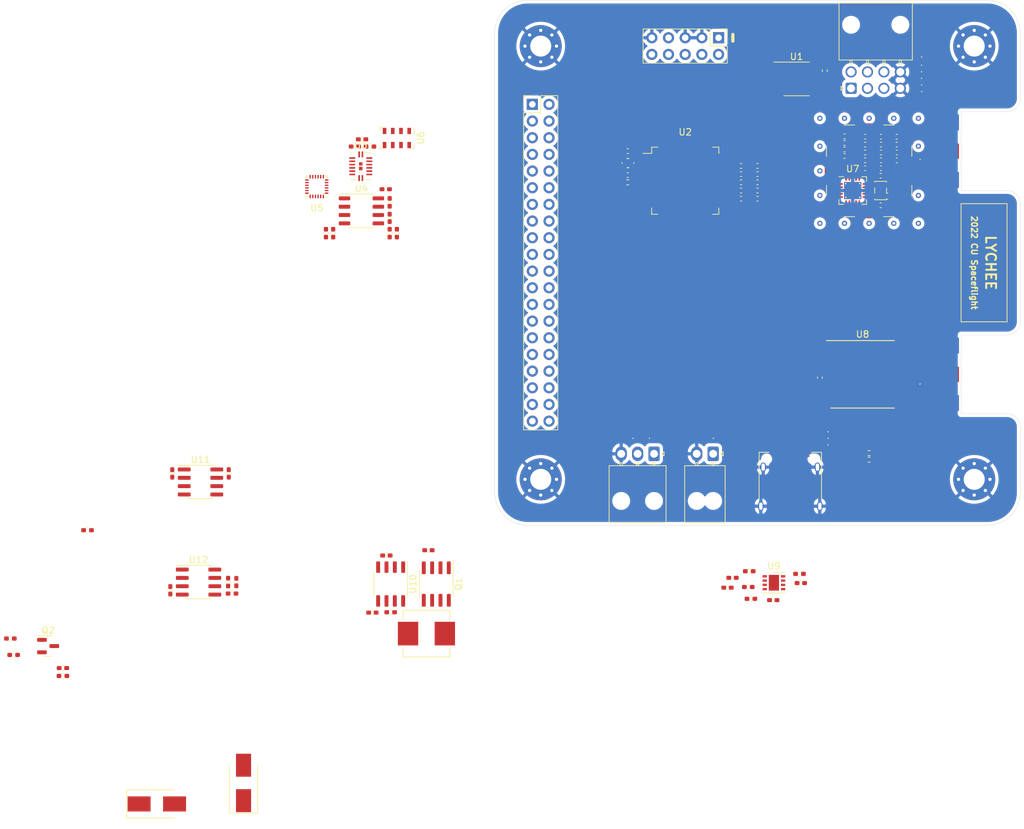
<source format=kicad_pcb>
(kicad_pcb (version 20211014) (generator pcbnew)
  (title_block (title "Lychee Flight Computer") (date "2021-12-27") (rev "1") (company "Cambridge University Spaceflight") (comment 4 "Drawn By H. Franks"))
  (layers (0 "F.Cu" signal) (1 "In1.Cu" power) (2 "In2.Cu" power) (31 "B.Cu" signal) (34 "B.Paste" user) (35 "F.Paste" user) (36 "B.SilkS" user "B.Silkscreen") (37 "F.SilkS" user "F.Silkscreen") (38 "B.Mask" user) (39 "F.Mask" user) (44 "Edge.Cuts" user))
  (net 0 "")
  (net 1 "3v3")
  (net 2 "GND")
  (net 3 "Net-(C1-Pad2)")
  (net 4 "Net-(C2-Pad2)")
  (net 5 "Net-(C10-Pad2)")
  (net 6 "Net-(C11-Pad2)")
  (net 7 "1v8")
  (net 8 "/Radio/RX+")
  (net 9 "/NRST")
  (net 10 "/Radio/TX")
  (net 11 "Net-(C14-Pad2)")
  (net 12 "/Radio/RX-")
  (net 13 "Net-(C16-Pad2)")
  (net 14 "Net-(C18-Pad1)")
  (net 15 "VBATT")
  (net 16 "/Radio/ANT_GPS")
  (net 17 "/Radio/ANT_TLM")
  (net 18 "Net-(C18-Pad2)")
  (net 19 "/PSU/BATT_MON")
  (net 20 "Net-(C26-Pad2)")
  (net 21 "Net-(C27-Pad2)")
  (net 22 "/RADIO_~{INT}")
  (net 23 "/RADIO_SDN")
  (net 24 "Net-(C29-Pad1)")
  (net 25 "Net-(C30-Pad1)")
  (net 26 "/SPI3_MOSI")
  (net 27 "/SPI3_MISO")
  (net 28 "/SPI3_SCLK")
  (net 29 "Net-(C31-Pad1)")
  (net 30 "/SWDCLK")
  (net 31 "/SWDIO")
  (net 32 "Net-(C31-Pad2)")
  (net 33 "Net-(C33-Pad1)")
  (net 34 "Net-(C34-Pad1)")
  (net 35 "/IMU_~{CS}")
  (net 36 "/SPI2_MOSI")
  (net 37 "/SPI2_MISO")
  (net 38 "/SPI2_SCLK")
  (net 39 "/RADIO_~{CS}")
  (net 40 "/USART3_RX")
  (net 41 "/USART3_TX")
  (net 42 "/GPS_~{RESET}")
  (net 43 "/SPI1_MOSI")
  (net 44 "/SPI1_MISO")
  (net 45 "/SPI1_SCLK")
  (net 46 "/IMU_INT")
  (net 47 "/UART4_RX")
  (net 48 "/UART4_TX")
  (net 49 "Net-(C35-Pad1)")
  (net 50 "Net-(C35-Pad2)")
  (net 51 "/BARO_~{CS}")
  (net 54 "Net-(C37-Pad1)")
  (net 55 "/PSU/CHG+")
  (net 56 "/BB_RX+")
  (net 57 "/BB_RX-")
  (net 58 "/BB_TX+")
  (net 59 "/BB_TX-")
  (net 60 "Net-(L8-Pad2)")
  (net 61 "Net-(Q1-Pad2)")
  (net 62 "Net-(Q1-Pad4)")
  (net 63 "Net-(Q2-Pad1)")
  (net 64 "/USB_FS_VBUS")
  (net 65 "/IMU_PR_CL")
  (net 66 "/IMU_PR_DA")
  (net 67 "Net-(R9-Pad2)")
  (net 68 "Net-(R10-Pad2)")
  (net 69 "Net-(R14-Pad2)")
  (net 70 "/CHG_SDN")
  (net 71 "Net-(R20-Pad1)")
  (net 72 "/USB_FS_D+")
  (net 73 "/USB_FS_D-")
  (net 74 "Net-(U3-Pad3)")
  (net 75 "Net-(U3-Pad4)")
  (net 76 "Net-(U3-Pad5)")
  (net 77 "Net-(U3-Pad6)")
  (net 78 "Net-(U3-Pad7)")
  (net 132 "Net-(D10-Pad2)")
  (net 133 "Net-(D16-Pad1)")
  (net 134 "Net-(R2-Pad2)")
  (net 135 "/SWCLK")
  (net 136 "/SWO")
  (footprint "Strix:B330" (layer "F.Cu") (at 203.55 217.45)
    (fp_text reference "D15")
    (fp_text value "B330")
    (pad "1" smd rect (at -2.7 0) (size 3.5 2.3) (layers "F.Cu" "F.Paste" "F.Mask") (net 34 "Net-(C34-Pad1)"))
    (pad "2" smd rect (at 2.7 0) (size 3.5 2.3) (layers "F.Cu" "F.Paste" "F.Mask") (net 55 "/PSU/CHG+"))
  )
  (footprint "Strix:C_0402" (layer "F.Cu") (at 205.9 167.1 -90)
    (fp_text reference "C39")
    (fp_text value "10u")
    (pad "1" smd roundrect (at -0.5675 0 270) (size 0.735 0.62) (layers "F.Cu" "F.Paste" "F.Mask") (net 15 "VBATT"))
    (pad "2" smd roundrect (at 0.5675 0 270) (size 0.735 0.62) (layers "F.Cu" "F.Paste" "F.Mask") (net 2 "GND"))
  )
  (footprint "Strix:C_0402" (layer "F.Cu") (at 292.5 124)
    (fp_text reference "C12")
    (fp_text value "100n")
    (pad "1" smd roundrect (at -0.5675 0) (size 0.735 0.62) (layers "F.Cu" "F.Paste" "F.Mask") (net 2 "GND"))
    (pad "2" smd roundrect (at 0.5675 0) (size 0.735 0.62) (layers "F.Cu" "F.Paste" "F.Mask") (net 9 "/NRST"))
  )
  (footprint "Strix:R_0402" (layer "F.Cu") (at 312 164 180)
    (fp_text reference "R4")
    (fp_text value "10k")
    (pad "1" smd roundrect (at -0.5975 0 180) (size 0.715 0.64) (layers "F.Cu" "F.Paste" "F.Mask") (net 64 "/USB_FS_VBUS"))
    (pad "2" smd roundrect (at 0.5975 0 180) (size 0.715 0.64) (layers "F.Cu" "F.Paste" "F.Mask") (net 132 "Net-(D10-Pad2)"))
  )
  (footprint "Strix:ICM-20789" (layer "F.Cu") (at 227.9 123.4 180)
    (fp_text reference "U5" (at 0 -3.25 180) (layer "F.SilkS"))
    (fp_text value "ICM-20789")
    (pad "1" smd roundrect (at -1.5 -1 180) (size 0.55 0.2) (layers "F.Cu" "F.Paste" "F.Mask"))
    (pad "2" smd roundrect (at -1.5 -0.6 180) (size 0.55 0.2) (layers "F.Cu" "F.Paste" "F.Mask"))
    (pad "3" smd roundrect (at -1.5 -0.2 180) (size 0.55 0.2) (layers "F.Cu" "F.Paste" "F.Mask"))
    (pad "4" smd roundrect (at -1.5 0.2 180) (size 0.55 0.2) (layers "F.Cu" "F.Paste" "F.Mask"))
    (pad "5" smd roundrect (at -1.5 0.6 180) (size 0.55 0.2) (layers "F.Cu" "F.Paste" "F.Mask"))
    (pad "6" smd roundrect (at -1.5 1 180) (size 0.55 0.2) (layers "F.Cu" "F.Paste" "F.Mask") (net 68 "Net-(R10-Pad2)"))
    (pad "7" smd roundrect (at -1 1.5 270) (size 0.55 0.2) (layers "F.Cu" "F.Paste" "F.Mask") (net 67 "Net-(R9-Pad2)"))
    (pad "8" smd roundrect (at -0.6 1.5 270) (size 0.55 0.2) (layers "F.Cu" "F.Paste" "F.Mask") (net 7 "1v8"))
    (pad "9" smd roundrect (at -0.2 1.5 270) (size 0.55 0.2) (layers "F.Cu" "F.Paste" "F.Mask") (net 75 "Net-(U3-Pad4)"))
    (pad "10" smd roundrect (at 0.2 1.5 270) (size 0.55 0.2) (layers "F.Cu" "F.Paste" "F.Mask") (net 2 "GND"))
    (pad "11" smd roundrect (at 0.6 1.5 270) (size 0.55 0.2) (layers "F.Cu" "F.Paste" "F.Mask") (net 2 "GND"))
    (pad "12" smd roundrect (at 1 1.5 270) (size 0.55 0.2) (layers "F.Cu" "F.Paste" "F.Mask") (net 78 "Net-(U3-Pad7)"))
    (pad "13" smd roundrect (at 1.5 1 180) (size 0.55 0.2) (layers "F.Cu" "F.Paste" "F.Mask") (net 1 "3v3"))
    (pad "14" smd roundrect (at 1.5 0.6 180) (size 0.55 0.2) (layers "F.Cu" "F.Paste" "F.Mask"))
    (pad "15" smd roundrect (at 1.5 0.2 180) (size 0.55 0.2) (layers "F.Cu" "F.Paste" "F.Mask"))
    (pad "16" smd roundrect (at 1.5 -0.2 180) (size 0.55 0.2) (layers "F.Cu" "F.Paste" "F.Mask"))
    (pad "17" smd roundrect (at 1.5 -0.6 180) (size 0.55 0.2) (layers "F.Cu" "F.Paste" "F.Mask"))
    (pad "18" smd roundrect (at 1.5 -1 180) (size 0.55 0.2) (layers "F.Cu" "F.Paste" "F.Mask") (net 2 "GND"))
    (pad "19" smd roundrect (at 1 -1.5 270) (size 0.55 0.2) (layers "F.Cu" "F.Paste" "F.Mask"))
    (pad "20" smd roundrect (at 0.6 -1.5 270) (size 0.55 0.2) (layers "F.Cu" "F.Paste" "F.Mask"))
    (pad "21" smd roundrect (at 0.2 -1.5 270) (size 0.55 0.2) (layers "F.Cu" "F.Paste" "F.Mask"))
    (pad "22" smd roundrect (at -0.2 -1.5 270) (size 0.55 0.2) (layers "F.Cu" "F.Paste" "F.Mask") (net 77 "Net-(U3-Pad6)"))
    (pad "23" smd roundrect (at -0.6 -1.5 270) (size 0.55 0.2) (layers "F.Cu" "F.Paste" "F.Mask") (net 74 "Net-(U3-Pad3)"))
    (pad "24" smd roundrect (at -1 -1.5 270) (size 0.55 0.2) (layers "F.Cu" "F.Paste" "F.Mask") (net 76 "Net-(U3-Pad5)"))
  )
  (footprint "Strix:R_0402" (layer "F.Cu") (at 189.25 197.95 180)
    (fp_text reference "R18")
    (fp_text value "2k2")
    (pad "1" smd roundrect (at -0.5975 0 180) (size 0.715 0.64) (layers "F.Cu" "F.Paste" "F.Mask") (net 50 "Net-(C35-Pad2)"))
    (pad "2" smd roundrect (at 0.5975 0 180) (size 0.715 0.64) (layers "F.Cu" "F.Paste" "F.Mask") (net 2 "GND"))
  )
  (footprint "Strix:PCA9306" (layer "F.Cu") (at 234.7 127.1)
    (fp_text reference "U4" (at 0 -3.4) (layer "F.SilkS"))
    (fp_text value "PCA9306")
    (pad "1" smd roundrect (at -2.575 -1.905) (size 1.75 0.6) (layers "F.Cu" "F.Paste" "F.Mask") (net 2 "GND"))
    (pad "2" smd roundrect (at -2.575 -0.635) (size 1.75 0.6) (layers "F.Cu" "F.Paste" "F.Mask") (net 7 "1v8"))
    (pad "3" smd roundrect (at -2.575 0.635) (size 1.75 0.6) (layers "F.Cu" "F.Paste" "F.Mask") (net 67 "Net-(R9-Pad2)"))
    (pad "4" smd roundrect (at -2.575 1.905) (size 1.75 0.6) (layers "F.Cu" "F.Paste" "F.Mask") (net 68 "Net-(R10-Pad2)"))
    (pad "5" smd roundrect (at 2.575 1.905) (size 1.75 0.6) (layers "F.Cu" "F.Paste" "F.Mask") (net 66 "/IMU_PR_DA"))
    (pad "6" smd roundrect (at 2.575 0.635) (size 1.75 0.6) (layers "F.Cu" "F.Paste" "F.Mask") (net 65 "/IMU_PR_CL"))
    (pad "7" smd roundrect (at 2.575 -0.635) (size 1.75 0.6) (layers "F.Cu" "F.Paste" "F.Mask") (net 1 "3v3"))
    (pad "8" smd roundrect (at 2.575 -1.905) (size 1.75 0.6) (layers "F.Cu" "F.Paste" "F.Mask") (net 13 "Net-(C16-Pad2)"))
  )
  (footprint "Strix:C_0402" (layer "F.Cu") (at 295 124)
    (fp_text reference "C3")
    (fp_text value "1µ")
    (pad "1" smd roundrect (at -0.5675 0) (size 0.735 0.62) (layers "F.Cu" "F.Paste" "F.Mask") (net 2 "GND"))
    (pad "2" smd roundrect (at 0.5675 0) (size 0.735 0.62) (layers "F.Cu" "F.Paste" "F.Mask") (net 1 "3v3"))
  )
  (footprint "Strix:D_0402" (layer "F.Cu") (at 287 161.75 180)
    (fp_text reference "D2")
    (fp_text value "D_ESD")
    (pad "1" smd roundrect (at -0.5725 0 180) (size 0.765 0.64) (layers "F.Cu" "F.Paste" "F.Mask") (net 55 "/PSU/CHG+"))
    (pad "2" smd roundrect (at 0.5725 0 180) (size 0.765 0.64) (layers "F.Cu" "F.Paste" "F.Mask") (net 2 "GND"))
  )
  (footprint "Strix:R_0402" (layer "F.Cu") (at 181.25 192.25)
    (fp_text reference "R15")
    (fp_text value "10k")
    (pad "1" smd roundrect (at -0.5975 0) (size 0.715 0.64) (layers "F.Cu" "F.Paste" "F.Mask") (net 70 "/CHG_SDN"))
    (pad "2" smd roundrect (at 0.5975 0) (size 0.715 0.64) (layers "F.Cu" "F.Paste" "F.Mask") (net 2 "GND"))
  )
  (footprint "Strix:R_0402" (layer "F.Cu") (at 229.3 130.5 90)
    (fp_text reference "R10")
    (fp_text value "4k7")
    (pad "1" smd roundrect (at -0.5975 0 90) (size 0.715 0.64) (layers "F.Cu" "F.Paste" "F.Mask") (net 7 "1v8"))
    (pad "2" smd roundrect (at 0.5975 0 90) (size 0.715 0.64) (layers "F.Cu" "F.Paste" "F.Mask") (net 68 "Net-(R10-Pad2)"))
  )
  (footprint "Strix:D_0402" (layer "F.Cu") (at 321.25 105.915)
    (fp_text reference "D7")
    (fp_text value "D_ESD")
    (pad "1" smd roundrect (at -0.5725 0) (size 0.765 0.64) (layers "F.Cu" "F.Paste" "F.Mask") (net 2 "GND"))
    (pad "2" smd roundrect (at 0.5725 0) (size 0.765 0.64) (layers "F.Cu" "F.Paste" "F.Mask") (net 1 "3v3"))
  )
  (footprint "Strix:R_0402" (layer "F.Cu") (at 181.75 194.75)
    (fp_text reference "R16")
    (fp_text value "100")
    (pad "1" smd roundrect (at -0.5975 0) (size 0.715 0.64) (layers "F.Cu" "F.Paste" "F.Mask") (net 70 "/CHG_SDN"))
    (pad "2" smd roundrect (at 0.5975 0) (size 0.715 0.64) (layers "F.Cu" "F.Paste" "F.Mask") (net 63 "Net-(Q2-Pad1)"))
  )
  (footprint "Strix:D_0402" (layer "F.Cu") (at 321.25 103.665)
    (fp_text reference "D4")
    (fp_text value "D_ESD")
    (pad "1" smd roundrect (at -0.5725 0) (size 0.765 0.64) (layers "F.Cu" "F.Paste" "F.Mask") (net 2 "GND"))
    (pad "2" smd roundrect (at 0.5725 0) (size 0.765 0.64) (layers "F.Cu" "F.Paste" "F.Mask") (net 58 "/BB_TX+"))
  )
  (footprint "Strix:Molex_Nano-Fit_105313-1102" (layer "F.Cu") (at 288.25 164.11 -90)
    (fp_text reference "J2")
    (fp_text value "CHG")
    (pad "" np_thru_hole circle (at 7.18 0 270) (size 1.7 1.7) (drill 1.7) (layers *.Cu *.Mask))
    (pad "" np_thru_hole circle (at 7.18 2.5 270) (size 1.7 1.7) (drill 1.7) (layers *.Cu *.Mask))
    (pad "1" thru_hole roundrect (at 0 0 270) (size 2.2 1.7) (drill 1.2) (layers *.Cu *.Mask) (roundrect_rratio 0.147059) (net 55 "/PSU/CHG+"))
    (pad "2" thru_hole oval (at 0 2.5 270) (size 2.2 1.7) (drill 1.2) (layers *.Cu *.Mask) (net 2 "GND"))
  )
  (footprint "Strix:D_0402" (layer "F.Cu") (at 321.25 104.915)
    (fp_text reference "D6")
    (fp_text value "D_ESD")
    (pad "1" smd roundrect (at -0.5725 0) (size 0.765 0.64) (layers "F.Cu" "F.Paste" "F.Mask") (net 2 "GND"))
    (pad "2" smd roundrect (at 0.5725 0) (size 0.765 0.64) (layers "F.Cu" "F.Paste" "F.Mask") (net 1 "3v3"))
  )
  (footprint "Strix:STM32F405RGT6" (layer "F.Cu") (at 284 122.5)
    (fp_text reference "U2" (at 0 -7.4) (layer "F.SilkS"))
    (fp_text value "STM32F405RGT6")
    (pad "1" smd roundrect locked (at -5.675 -3.75) (size 1.55 0.3) (layers "F.Cu" "F.Paste" "F.Mask") (net 1 "3v3"))
    (pad "2" smd roundrect locked (at -5.675 -3.25) (size 1.55 0.3) (layers "F.Cu" "F.Paste" "F.Mask") (net 51 "/BARO_~{CS}"))
    (pad "3" smd roundrect locked (at -5.675 -2.75) (size 1.55 0.3) (layers "F.Cu" "F.Paste" "F.Mask"))
    (pad "4" smd roundrect locked (at -5.675 -2.25) (size 1.55 0.3) (layers "F.Cu" "F.Paste" "F.Mask"))
    (pad "5" smd roundrect locked (at -5.675 -1.75) (size 1.55 0.3) (layers "F.Cu" "F.Paste" "F.Mask") (net 3 "Net-(C1-Pad2)"))
    (pad "6" smd roundrect locked (at -5.675 -1.25) (size 1.55 0.3) (layers "F.Cu" "F.Paste" "F.Mask") (net 134 "Net-(R2-Pad2)"))
    (pad "7" smd roundrect locked (at -5.675 -0.75) (size 1.55 0.3) (layers "F.Cu" "F.Paste" "F.Mask") (net 9 "/NRST"))
    (pad "8" smd roundrect locked (at -5.675 -0.25) (size 1.55 0.3) (layers "F.Cu" "F.Paste" "F.Mask"))
    (pad "9" smd roundrect locked (at -5.675 0.25) (size 1.55 0.3) (layers "F.Cu" "F.Paste" "F.Mask"))
    (pad "10" smd roundrect locked (at -5.675 0.75) (size 1.55 0.3) (layers "F.Cu" "F.Paste" "F.Mask"))
    (pad "11" smd roundrect locked (at -5.675 1.25) (size 1.55 0.3) (layers "F.Cu" "F.Paste" "F.Mask"))
    (pad "12" smd roundrect locked (at -5.675 1.75) (size 1.55 0.3) (layers "F.Cu" "F.Paste" "F.Mask") (net 2 "GND"))
    (pad "13" smd roundrect locked (at -5.675 2.25) (size 1.55 0.3) (layers "F.Cu" "F.Paste" "F.Mask") (net 1 "3v3"))
    (pad "14" smd roundrect locked (at -5.675 2.75) (size 1.55 0.3) (layers "F.Cu" "F.Paste" "F.Mask") (net 48 "/UART4_TX"))
    (pad "15" smd roundrect locked (at -5.675 3.25) (size 1.55 0.3) (layers "F.Cu" "F.Paste" "F.Mask") (net 47 "/UART4_RX"))
    (pad "16" smd roundrect locked (at -5.675 3.75) (size 1.55 0.3) (layers "F.Cu" "F.Paste" "F.Mask"))
    (pad "17" smd roundrect locked (at -3.75 5.675) (size 0.3 1.55) (layers "F.Cu" "F.Paste" "F.Mask"))
    (pad "18" smd roundrect locked (at -3.25 5.675) (size 0.3 1.55) (layers "F.Cu" "F.Paste" "F.Mask") (net 2 "GND"))
    (pad "19" smd roundrect locked (at -2.75 5.675) (size 0.3 1.55) (layers "F.Cu" "F.Paste" "F.Mask") (net 1 "3v3"))
    (pad "20" smd roundrect locked (at -2.25 5.675) (size 0.3 1.55) (layers "F.Cu" "F.Paste" "F.Mask") (net 46 "/IMU_INT"))
    (pad "21" smd roundrect locked (at -1.75 5.675) (size 0.3 1.55) (layers "F.Cu" "F.Paste" "F.Mask") (net 45 "/SPI1_SCLK"))
    (pad "22" smd roundrect locked (at -1.25 5.675) (size 0.3 1.55) (layers "F.Cu" "F.Paste" "F.Mask") (net 44 "/SPI1_MISO"))
    (pad "23" smd roundrect locked (at -0.75 5.675) (size 0.3 1.55) (layers "F.Cu" "F.Paste" "F.Mask") (net 43 "/SPI1_MOSI"))
    (pad "24" smd roundrect locked (at -0.25 5.675) (size 0.3 1.55) (layers "F.Cu" "F.Paste" "F.Mask"))
    (pad "25" smd roundrect locked (at 0.25 5.675) (size 0.3 1.55) (layers "F.Cu" "F.Paste" "F.Mask"))
    (pad "26" smd roundrect locked (at 0.75 5.675) (size 0.3 1.55) (layers "F.Cu" "F.Paste" "F.Mask"))
    (pad "27" smd roundrect locked (at 1.25 5.675) (size 0.3 1.55) (layers "F.Cu" "F.Paste" "F.Mask"))
    (pad "28" smd roundrect locked (at 1.75 5.675) (size 0.3 1.55) (layers "F.Cu" "F.Paste" "F.Mask") (net 42 "/GPS_~{RESET}"))
    (pad "29" smd roundrect locked (at 2.25 5.675) (size 0.3 1.55) (layers "F.Cu" "F.Paste" "F.Mask") (net 41 "/USART3_TX"))
    (pad "30" smd roundrect locked (at 2.75 5.675) (size 0.3 1.55) (layers "F.Cu" "F.Paste" "F.Mask") (net 40 "/USART3_RX"))
    (pad "31" smd roundrect locked (at 3.25 5.675) (size 0.3 1.55) (layers "F.Cu" "F.Paste" "F.Mask") (net 5 "Net-(C10-Pad2)"))
    (pad "32" smd roundrect locked (at 3.75 5.675) (size 0.3 1.55) (layers "F.Cu" "F.Paste" "F.Mask") (net 1 "3v3"))
    (pad "33" smd roundrect locked (at 5.675 3.75) (size 1.55 0.3) (layers "F.Cu" "F.Paste" "F.Mask") (net 39 "/RADIO_~{CS}"))
    (pad "34" smd roundrect locked (at 5.675 3.25) (size 1.55 0.3) (layers "F.Cu" "F.Paste" "F.Mask") (net 38 "/SPI2_SCLK"))
    (pad "35" smd roundrect locked (at 5.675 2.75) (size 1.55 0.3) (layers "F.Cu" "F.Paste" "F.Mask") (net 37 "/SPI2_MISO"))
    (pad "36" smd roundrect locked (at 5.675 2.25) (size 1.55 0.3) (layers "F.Cu" "F.Paste" "F.Mask") (net 36 "/SPI2_MOSI"))
    (pad "37" smd roundrect locked (at 5.675 1.75) (size 1.55 0.3) (layers "F.Cu" "F.Paste" "F.Mask"))
    (pad "38" smd roundrect locked (at 5.675 1.25) (size 1.55 0.3) (layers "F.Cu" "F.Paste" "F.Mask"))
    (pad "39" smd roundrect locked (at 5.675 0.75) (size 1.55 0.3) (layers "F.Cu" "F.Paste" "F.Mask"))
    (pad "40" smd roundrect locked (at 5.675 0.25) (size 1.55 0.3) (layers "F.Cu" "F.Paste" "F.Mask"))
    (pad "41" smd roundrect locked (at 5.675 -0.25) (size 1.55 0.3) (layers "F.Cu" "F.Paste" "F.Mask") (net 35 "/IMU_~{CS}"))
    (pad "42" smd roundrect locked (at 5.675 -0.75) (size 1.55 0.3) (layers "F.Cu" "F.Paste" "F.Mask") (net 64 "/USB_FS_VBUS"))
    (pad "43" smd roundrect locked (at 5.675 -1.25) (size 1.55 0.3) (layers "F.Cu" "F.Paste" "F.Mask"))
    (pad "44" smd roundrect locked (at 5.675 -1.75) (size 1.55 0.3) (layers "F.Cu" "F.Paste" "F.Mask") (net 72 "/USB_FS_D+"))
    (pad "45" smd roundrect locked (at 5.675 -2.25) (size 1.55 0.3) (layers "F.Cu" "F.Paste" "F.Mask") (net 73 "/USB_FS_D-"))
    (pad "46" smd roundrect locked (at 5.675 -2.75) (size 1.55 0.3) (layers "F.Cu" "F.Paste" "F.Mask") (net 31 "/SWDIO"))
    (pad "47" smd roundrect locked (at 5.675 -3.25) (size 1.55 0.3) (layers "F.Cu" "F.Paste" "F.Mask") (net 6 "Net-(C11-Pad2)"))
    (pad "48" smd roundrect locked (at 5.675 -3.75) (size 1.55 0.3) (layers "F.Cu" "F.Paste" "F.Mask") (net 1 "3v3"))
    (pad "49" smd roundrect locked (at 3.75 -5.675) (size 0.3 1.55) (layers "F.Cu" "F.Paste" "F.Mask") (net 30 "/SWDCLK"))
    (pad "50" smd roundrect locked (at 3.25 -5.675) (size 0.3 1.55) (layers "F.Cu" "F.Paste" "F.Mask") (net 70 "/CHG_SDN"))
    (pad "51" smd roundrect locked (at 2.75 -5.675) (size 0.3 1.55) (layers "F.Cu" "F.Paste" "F.Mask") (net 28 "/SPI3_SCLK"))
    (pad "52" smd roundrect locked (at 2.25 -5.675) (size 0.3 1.55) (layers "F.Cu" "F.Paste" "F.Mask") (net 27 "/SPI3_MISO"))
    (pad "53" smd roundrect locked (at 1.75 -5.675) (size 0.3 1.55) (layers "F.Cu" "F.Paste" "F.Mask") (net 26 "/SPI3_MOSI"))
    (pad "54" smd roundrect locked (at 1.25 -5.675) (size 0.3 1.55) (layers "F.Cu" "F.Paste" "F.Mask"))
    (pad "55" smd roundrect locked (at 0.75 -5.675) (size 0.3 1.55) (layers "F.Cu" "F.Paste" "F.Mask"))
    (pad "56" smd roundrect locked (at 0.25 -5.675) (size 0.3 1.55) (layers "F.Cu" "F.Paste" "F.Mask"))
    (pad "57" smd roundrect locked (at -0.25 -5.675) (size 0.3 1.55) (layers "F.Cu" "F.Paste" "F.Mask"))
    (pad "58" smd roundrect locked (at -0.75 -5.675) (size 0.3 1.55) (layers "F.Cu" "F.Paste" "F.Mask") (net 65 "/IMU_PR_CL"))
    (pad "59" smd roundrect locked (at -1.25 -5.675) (size 0.3 1.55) (layers "F.Cu" "F.Paste" "F.Mask") (net 66 "/IMU_PR_DA"))
    (pad "60" smd roundrect locked (at -1.75 -5.675) (size 0.3 1.55) (layers "F.Cu" "F.Paste" "F.Mask") (net 2 "GND"))
    (pad "61" smd roundrect locked (at -2.25 -5.675) (size 0.3 1.55) (layers "F.Cu" "F.Paste" "F.Mask") (net 23 "/RADIO_SDN"))
    (pad "62" smd roundrect locked (at -2.75 -5.675) (size 0.3 1.55) (layers "F.Cu" "F.Paste" "F.Mask") (net 22 "/RADIO_~{INT}"))
    (pad "63" smd roundrect locked (at -3.25 -5.675) (size 0.3 1.55) (layers "F.Cu" "F.Paste" "F.Mask") (net 2 "GND"))
    (pad "64" smd roundrect locked (at -3.75 -5.675) (size 0.3 1.55) (layers "F.Cu" "F.Paste" "F.Mask") (net 1 "3v3"))
  )
  (footprint "Strix:R_0402" (layer "F.Cu") (at 215 185.4)
    (fp_text reference "R20")
    (fp_text value "200k")
    (pad "1" smd roundrect (at -0.5975 0) (size 0.715 0.64) (layers "F.Cu" "F.Paste" "F.Mask") (net 71 "Net-(R20-Pad1)"))
    (pad "2" smd roundrect (at 0.5975 0) (size 0.715 0.64) (layers "F.Cu" "F.Paste" "F.Mask") (net 2 "GND"))
  )
  (footprint "Strix:MAX604" (layer "F.Cu") (at 209.9025 183.65)
    (fp_text reference "U12" (at 0 -3.4) (layer "F.SilkS"))
    (fp_text value "MAX604")
    (pad "1" smd roundrect locked (at -2.475 -1.905) (size 1.95 0.6) (layers "F.Cu" "F.Paste" "F.Mask") (net 15 "VBATT"))
    (pad "2" smd roundrect locked (at -2.475 -0.635) (size 1.95 0.6) (layers "F.Cu" "F.Paste" "F.Mask") (net 2 "GND"))
    (pad "3" smd roundrect locked (at -2.475 0.635) (size 1.95 0.6) (layers "F.Cu" "F.Paste" "F.Mask") (net 2 "GND"))
    (pad "4" smd roundrect locked (at -2.475 1.905) (size 1.95 0.6) (layers "F.Cu" "F.Paste" "F.Mask") (net 15 "VBATT"))
    (pad "5" smd roundrect locked (at 2.475 1.905) (size 1.95 0.6) (layers "F.Cu" "F.Paste" "F.Mask") (net 71 "Net-(R20-Pad1)"))
    (pad "6" smd roundrect locked (at 2.475 0.635) (size 1.95 0.6) (layers "F.Cu" "F.Paste" "F.Mask") (net 2 "GND"))
    (pad "7" smd roundrect locked (at 2.475 -0.635) (size 1.95 0.6) (layers "F.Cu" "F.Paste" "F.Mask") (net 2 "GND"))
    (pad "8" smd roundrect locked (at 2.475 -1.905) (size 1.95 0.6) (layers "F.Cu" "F.Paste" "F.Mask") (net 7 "1v8"))
  )
  (footprint "Strix:R_0402" (layer "F.Cu") (at 193 175.75)
    (fp_text reference "R11")
    (fp_text value "100k")
    (pad "1" smd roundrect (at -0.5975 0) (size 0.715 0.64) (layers "F.Cu" "F.Paste" "F.Mask") (net 55 "/PSU/CHG+"))
    (pad "2" smd roundrect (at 0.5975 0) (size 0.715 0.64) (layers "F.Cu" "F.Paste" "F.Mask") (net 62 "Net-(Q1-Pad4)"))
  )
  (footprint "Strix:R_0402" (layer "F.Cu") (at 294 186.2)
    (fp_text reference "R12")
    (fp_text value "160")
    (pad "1" smd roundrect (at -0.5975 0) (size 0.715 0.64) (layers "F.Cu" "F.Paste" "F.Mask") (net 15 "VBATT"))
    (pad "2" smd roundrect (at 0.5975 0) (size 0.715 0.64) (layers "F.Cu" "F.Paste" "F.Mask") (net 29 "Net-(C31-Pad1)"))
  )
  (footprint "Strix:L_0402" (layer "F.Cu") (at 313.8 120.6)
    (fp_text reference "L7")
    (fp_text value "12n")
    (pad "1" smd roundrect (at -0.5725 0) (size 0.765 0.64) (layers "F.Cu" "F.Paste" "F.Mask") (net 25 "Net-(C30-Pad1)"))
    (pad "2" smd roundrect (at 0.5725 0) (size 0.765 0.64) (layers "F.Cu" "F.Paste" "F.Mask") (net 17 "/Radio/ANT_TLM"))
  )
  (footprint "Strix:C_0402" (layer "F.Cu") (at 275.25 118)
    (fp_text reference "C1")
    (fp_text value "10p")
    (pad "1" smd roundrect (at -0.5675 0) (size 0.735 0.62) (layers "F.Cu" "F.Paste" "F.Mask") (net 2 "GND"))
    (pad "2" smd roundrect (at 0.5675 0) (size 0.735 0.62) (layers "F.Cu" "F.Paste" "F.Mask") (net 3 "Net-(C1-Pad2)"))
  )
  (footprint "Strix:C_0402" (layer "F.Cu") (at 311.4 118.2)
    (fp_text reference "C30")
    (fp_text value "3p3")
    (pad "1" smd roundrect (at -0.5675 0) (size 0.735 0.62) (layers "F.Cu" "F.Paste" "F.Mask") (net 25 "Net-(C30-Pad1)"))
    (pad "2" smd roundrect (at 0.5675 0) (size 0.735 0.62) (layers "F.Cu" "F.Paste" "F.Mask") (net 2 "GND"))
  )
  (footprint "Strix:L_0402" (layer "F.Cu") (at 313.8 119.4)
    (fp_text reference "L3")
    (fp_text value "3n3")
    (pad "1" smd roundrect (at -0.5725 0) (size 0.765 0.64) (layers "F.Cu" "F.Paste" "F.Mask") (net 20 "Net-(C26-Pad2)"))
    (pad "2" smd roundrect (at 0.5725 0) (size 0.765 0.64) (layers "F.Cu" "F.Paste" "F.Mask") (net 21 "Net-(C27-Pad2)"))
  )
  (footprint "Strix:D_0402" (layer "F.Cu") (at 279.8225 161.75)
    (fp_text reference "D3")
    (fp_text value "D_ESD")
    (pad "1" smd roundrect (at -0.5725 0) (size 0.765 0.64) (layers "F.Cu" "F.Paste" "F.Mask") (net 15 "VBATT"))
    (pad "2" smd roundrect (at 0.5725 0) (size 0.765 0.64) (layers "F.Cu" "F.Paste" "F.Mask") (net 2 "GND"))
  )
  (footprint "Strix:C_0402" (layer "F.Cu") (at 189.25 196.75)
    (fp_text reference "C35")
    (fp_text value "470n")
    (pad "1" smd roundrect (at -0.5675 0) (size 0.735 0.62) (layers "F.Cu" "F.Paste" "F.Mask") (net 49 "Net-(C35-Pad1)"))
    (pad "2" smd roundrect (at 0.5675 0) (size 0.735 0.62) (layers "F.Cu" "F.Paste" "F.Mask") (net 50 "Net-(C35-Pad2)"))
  )
  (footprint "Strix:C_0402" (layer "F.Cu") (at 205.6025 184.9 90)
    (fp_text reference "C40")
    (fp_text value "10u")
    (pad "1" smd roundrect (at -0.5675 0 90) (size 0.735 0.62) (layers "F.Cu" "F.Paste" "F.Mask") (net 15 "VBATT"))
    (pad "2" smd roundrect (at 0.5675 0 90) (size 0.735 0.62) (layers "F.Cu" "F.Paste" "F.Mask") (net 2 "GND"))
  )
  (footprint "Strix:Molex_Nano-Fit_105313-1103" (layer "F.Cu") (at 279.25 164.11 -90)
    (fp_text reference "J1")
    (fp_text value "BATT")
    (pad "" np_thru_hole circle (at 7.18 0 270) (size 1.7 1.7) (drill 1.7) (layers *.Cu *.Mask))
    (pad "" np_thru_hole circle (at 7.18 5 270) (size 1.7 1.7) (drill 1.7) (layers *.Cu *.Mask))
    (pad "1" thru_hole roundrect (at 0 0 270) (size 2.2 1.7) (drill 1.2) (layers *.Cu *.Mask) (roundrect_rratio 0.147059) (net 15 "VBATT"))
    (pad "2" thru_hole oval (at 0 2.5 270) (size 2.2 1.7) (drill 1.2) (layers *.Cu *.Mask) (net 19 "/PSU/BATT_MON"))
    (pad "3" thru_hole oval (at 0 5 270) (size 2.2 1.7) (drill 1.2) (layers *.Cu *.Mask) (net 2 "GND"))
  )
  (footprint "Strix:C_0402" (layer "F.Cu") (at 238.4 123.8)
    (fp_text reference "C16")
    (fp_text value "15p")
    (pad "1" smd roundrect (at -0.5675 0) (size 0.735 0.62) (layers "F.Cu" "F.Paste" "F.Mask") (net 2 "GND"))
    (pad "2" smd roundrect (at 0.5675 0) (size 0.735 0.62) (layers "F.Cu" "F.Paste" "F.Mask") (net 13 "Net-(C16-Pad2)"))
  )
  (footprint "Strix:Header_SWD" (layer "F.Cu") (at 289.075 100.725 -90)
    (fp_text reference "J3")
    (fp_text value "SWD")
    (pad "1" thru_hole rect (at 0 0 270) (size 1.7 1.7) (drill 1) (layers *.Cu *.Mask) (net 1 "3v3"))
    (pad "2" thru_hole oval (at 2.54 0 270) (size 1.7 1.7) (drill 1) (layers *.Cu *.Mask) (net 31 "/SWDIO"))
    (pad "3" thru_hole oval (at 0 2.54 270) (size 1.7 1.7) (drill 1) (layers *.Cu *.Mask) (net 2 "GND"))
    (pad "4" thru_hole oval (at 2.54 2.54 270) (size 1.7 1.7) (drill 1) (layers *.Cu *.Mask) (net 135 "/SWCLK"))
    (pad "5" thru_hole oval (at 0 5.08 270) (size 1.7 1.7) (drill 1) (layers *.Cu *.Mask) (net 2 "GND"))
    (pad "6" thru_hole oval (at 2.54 5.08 270) (size 1.7 1.7) (drill 1) (layers *.Cu *.Mask) (net 136 "/SWO"))
    (pad "7" thru_hole oval (at 0 7.62 270) (size 1.7 1.7) (drill 1) (layers *.Cu *.Mask))
    (pad "8" thru_hole oval (at 2.54 7.62 270) (size 1.7 1.7) (drill 1) (layers *.Cu *.Mask))
    (pad "9" thru_hole oval (at 0 10.16 270) (size 1.7 1.7) (drill 1) (layers *.Cu *.Mask) (net 2 "GND"))
    (pad "10" thru_hole oval (at 2.54 10.16 270) (size 1.7 1.7) (drill 1) (layers *.Cu *.Mask) (net 9 "/NRST"))
  )
  (footprint "Strix:R_0402" (layer "F.Cu") (at 239 125.8 90)
    (fp_text reference "R8")
    (fp_text value "200k")
    (pad "1" smd roundrect (at -0.5975 0 90) (size 0.715 0.64) (layers "F.Cu" "F.Paste" "F.Mask") (net 1 "3v3"))
    (pad "2" smd roundrect (at 0.5975 0 90) (size 0.715 0.64) (layers "F.Cu" "F.Paste" "F.Mask") (net 13 "Net-(C16-Pad2)"))
  )
  (footprint "Strix:MAX604" (layer "F.Cu") (at 210.2 168.4)
    (fp_text reference "U11" (at 0 -3.4) (layer "F.SilkS"))
    (fp_text value "MAX604")
    (pad "1" smd roundrect locked (at -2.475 -1.905) (size 1.95 0.6) (layers "F.Cu" "F.Paste" "F.Mask") (net 15 "VBATT"))
    (pad "2" smd roundrect locked (at -2.475 -0.635) (size 1.95 0.6) (layers "F.Cu" "F.Paste" "F.Mask") (net 2 "GND"))
    (pad "3" smd roundrect locked (at -2.475 0.635) (size 1.95 0.6) (layers "F.Cu" "F.Paste" "F.Mask") (net 2 "GND"))
    (pad "4" smd roundrect locked (at -2.475 1.905) (size 1.95 0.6) (layers "F.Cu" "F.Paste" "F.Mask") (net 15 "VBATT"))
    (pad "5" smd roundrect locked (at 2.475 1.905) (size 1.95 0.6) (layers "F.Cu" "F.Paste" "F.Mask") (net 2 "GND"))
    (pad "6" smd roundrect locked (at 2.475 0.635) (size 1.95 0.6) (layers "F.Cu" "F.Paste" "F.Mask") (net 2 "GND"))
    (pad "7" smd roundrect locked (at 2.475 -0.635) (size 1.95 0.6) (layers "F.Cu" "F.Paste" "F.Mask") (net 2 "GND"))
    (pad "8" smd roundrect locked (at 2.475 -1.905) (size 1.95 0.6) (layers "F.Cu" "F.Paste" "F.Mask") (net 1 "3v3"))
  )
  (footprint "Strix:R_0402" (layer "F.Cu") (at 293.6 184.4)
    (fp_text reference "R14")
    (fp_text value "100")
    (pad "1" smd roundrect (at -0.5975 0) (size 0.715 0.64) (layers "F.Cu" "F.Paste" "F.Mask") (net 19 "/PSU/BATT_MON"))
    (pad "2" smd roundrect (at 0.5975 0) (size 0.715 0.64) (layers "F.Cu" "F.Paste" "F.Mask") (net 69 "Net-(R14-Pad2)"))
  )
  (footprint "Strix:C_0402" (layer "F.Cu") (at 239 128.1675 90)
    (fp_text reference "C15")
    (fp_text value "100p")
    (pad "1" smd roundrect (at -0.5675 0 90) (size 0.735 0.62) (layers "F.Cu" "F.Paste" "F.Mask") (net 2 "GND"))
    (pad "2" smd roundrect (at 0.5675 0 90) (size 0.735 0.62) (layers "F.Cu" "F.Paste" "F.Mask") (net 1 "3v3"))
  )
  (footprint "Strix:MountingHole_Pad" (layer "F.Cu") (at 262 168)
    (fp_text reference "H4" hide)
    (fp_text value "MountingHole_Pad")
    (pad "1" thru_hole circle locked (at -1.697056 -1.697056) (size 0.8 0.8) (drill 0.5) (layers *.Cu *.Mask) (net 2 "GND"))
    (pad "1" thru_hole circle locked (at 0 0) (size 6.4 6.4) (drill 3.2) (layers *.Cu *.Mask) (net 2 "GND"))
    (pad "1" thru_hole circle locked (at 1.697056 1.697056) (size 0.8 0.8) (drill 0.5) (layers *.Cu *.Mask) (net 2 "GND"))
    (pad "1" thru_hole circle locked (at 1.697056 -1.697056) (size 0.8 0.8) (drill 0.5) (layers *.Cu *.Mask) (net 2 "GND"))
    (pad "1" thru_hole circle locked (at 0 -2.4) (size 0.8 0.8) (drill 0.5) (layers *.Cu *.Mask) (net 2 "GND"))
    (pad "1" thru_hole circle locked (at -2.4 0) (size 0.8 0.8) (drill 0.5) (layers *.Cu *.Mask) (net 2 "GND"))
    (pad "1" thru_hole circle locked (at -1.697056 1.697056) (size 0.8 0.8) (drill 0.5) (layers *.Cu *.Mask) (net 2 "GND"))
    (pad "1" thru_hole circle locked (at 0 2.4) (size 0.8 0.8) (drill 0.5) (layers *.Cu *.Mask) (net 2 "GND"))
    (pad "1" thru_hole circle locked (at 2.4 0) (size 0.8 0.8) (drill 0.5) (layers *.Cu *.Mask) (net 2 "GND"))
  )
  (footprint "Strix:R_0402" (layer "F.Cu") (at 275.25 122.75)
    (fp_text reference "R2")
    (fp_text value "100")
    (pad "1" smd roundrect (at -0.5975 0) (size 0.715 0.64) (layers "F.Cu" "F.Paste" "F.Mask") (net 4 "Net-(C2-Pad2)"))
    (pad "2" smd roundrect (at 0.5975 0) (size 0.715 0.64) (layers "F.Cu" "F.Paste" "F.Mask") (net 134 "Net-(R2-Pad2)"))
  )
  (footprint "Strix:Header_RaspberryPi" (layer "F.Cu") (at 260.725 110.875)
    (fp_text reference "J9")
    (fp_text value "Expansion Slot")
    (pad "1" thru_hole rect (at 0 0) (size 1.7 1.7) (drill 1) (layers *.Cu *.Mask))
    (pad "2" thru_hole oval (at 2.54 0) (size 1.7 1.7) (drill 1) (layers *.Cu *.Mask))
    (pad "3" thru_hole oval (at 0 2.54) (size 1.7 1.7) (drill 1) (layers *.Cu *.Mask))
    (pad "4" thru_hole oval (at 2.54 2.54) (size 1.7 1.7) (drill 1) (layers *.Cu *.Mask))
    (pad "5" thru_hole oval (at 0 5.08) (size 1.7 1.7) (drill 1) (layers *.Cu *.Mask))
    (pad "6" thru_hole oval (at 2.54 5.08) (size 1.7 1.7) (drill 1) (layers *.Cu *.Mask))
    (pad "7" thru_hole oval (at 0 7.62) (size 1.7 1.7) (drill 1) (layers *.Cu *.Mask))
    (pad "8" thru_hole oval (at 2.54 7.62) (size 1.7 1.7) (drill 1) (layers *.Cu *.Mask))
    (pad "9" thru_hole oval (at 0 10.16) (size 1.7 1.7) (drill 1) (layers *.Cu *.Mask))
    (pad "10" thru_hole oval (at 2.54 10.16) (size 1.7 1.7) (drill 1) (layers *.Cu *.Mask))
    (pad "11" thru_hole oval (at 0 12.7) (size 1.7 1.7) (drill 1) (layers *.Cu *.Mask))
    (pad "12" thru_hole oval (at 2.54 12.7) (size 1.7 1.7) (drill 1) (layers *.Cu *.Mask))
    (pad "13" thru_hole oval (at 0 15.24) (size 1.7 1.7) (drill 1) (layers *.Cu *.Mask))
    (pad "14" thru_hole oval (at 2.54 15.24) (size 1.7 1.7) (drill 1) (layers *.Cu *.Mask))
    (pad "15" thru_hole oval (at 0 17.78) (size 1.7 1.7) (drill 1) (layers *.Cu *.Mask))
    (pad "16" thru_hole oval (at 2.54 17.78) (size 1.7 1.7) (drill 1) (layers *.Cu *.Mask))
    (pad "17" thru_hole oval (at 0 20.32) (size 1.7 1.7) (drill 1) (layers *.Cu *.Mask))
    (pad "18" thru_hole oval (at 2.54 20.32) (size 1.7 1.7) (drill 1) (layers *.Cu *.Mask))
    (pad "19" thru_hole oval (at 0 22.86) (size 1.7 1.7) (drill 1) (layers *.Cu *.Mask))
    (pad "20" thru_hole oval (at 2.54 22.86) (size 1.7 1.7) (drill 1) (layers *.Cu *.Mask))
    (pad "21" thru_hole oval (at 0 25.4) (size 1.7 1.7) (drill 1) (layers *.Cu *.Mask))
    (pad "22" thru_hole oval (at 2.54 25.4) (size 1.7 1.7) (drill 1) (layers *.Cu *.Mask))
    (pad "23" thru_hole oval (at 0 27.94) (size 1.7 1.7) (drill 1) (layers *.Cu *.Mask))
    (pad "24" thru_hole oval (at 2.54 27.94) (size 1.7 1.7) (drill 1) (layers *.Cu *.Mask))
    (pad "25" thru_hole oval (at 0 30.48) (size 1.7 1.7) (drill 1) (layers *.Cu *.Mask))
    (pad "26" thru_hole oval (at 2.54 30.48) (size 1.7 1.7) (drill 1) (layers *.Cu *.Mask))
    (pad "27" thru_hole oval (at 0 33.02) (size 1.7 1.7) (drill 1) (layers *.Cu *.Mask))
    (pad "28" thru_hole oval (at 2.54 33.02) (size 1.7 1.7) (drill 1) (layers *.Cu *.Mask))
    (pad "29" thru_hole oval (at 0 35.56) (size 1.7 1.7) (drill 1) (layers *.Cu *.Mask))
    (pad "30" thru_hole oval (at 2.54 35.56) (size 1.7 1.7) (drill 1) (layers *.Cu *.Mask))
    (pad "31" thru_hole oval (at 0 38.1) (size 1.7 1.7) (drill 1) (layers *.Cu *.Mask))
    (pad "32" thru_hole oval (at 2.54 38.1) (size 1.7 1.7) (drill 1) (layers *.Cu *.Mask))
    (pad "33" thru_hole oval (at 0 40.64) (size 1.7 1.7) (drill 1) (layers *.Cu *.Mask))
    (pad "34" thru_hole oval (at 2.54 40.64) (size 1.7 1.7) (drill 1) (layers *.Cu *.Mask))
    (pad "35" thru_hole oval (at 0 43.18) (size 1.7 1.7) (drill 1) (layers *.Cu *.Mask))
    (pad "36" thru_hole oval (at 2.54 43.18) (size 1.7 1.7) (drill 1) (layers *.Cu *.Mask))
    (pad "37" thru_hole oval (at 0 45.72) (size 1.7 1.7) (drill 1) (layers *.Cu *.Mask))
    (pad "38" thru_hole oval (at 2.54 45.72) (size 1.7 1.7) (drill 1) (layers *.Cu *.Mask))
    (pad "39" thru_hole oval (at 0 48.26) (size 1.7 1.7) (drill 1) (layers *.Cu *.Mask))
    (pad "40" thru_hole oval (at 2.54 48.26) (size 1.7 1.7) (drill 1) (layers *.Cu *.Mask))
  )
  (footprint "Strix:MS5611-01BA" (layer "F.Cu") (at 240.1 116 -90)
    (fp_text reference "U6" (at 0 -3.65 -90) (layer "F.SilkS"))
    (fp_text value "MS5611-01BA")
    (pad "1" smd rect locked (at -1.075 -1.875 270) (size 0.95 0.55) (layers "F.Cu" "F.Paste" "F.Mask") (net 1 "3v3"))
    (pad "2" smd rect locked (at -1.075 -0.625 270) (size 0.95 0.55) (layers "F.Cu" "F.Paste" "F.Mask") (net 2 "GND"))
    (pad "3" smd rect locked (at -1.075 0.625 270) (size 0.95 0.55) (layers "F.Cu" "F.Paste" "F.Mask") (net 2 "GND"))
    (pad "4" smd rect locked (at -1.075 1.875 270) (size 0.95 0.55) (layers "F.Cu" "F.Paste" "F.Mask") (net 51 "/BARO_~{CS}"))
    (pad "5" smd rect locked (at 1.075 1.875 270) (size 0.95 0.55) (layers "F.Cu" "F.Paste" "F.Mask") (net 51 "/BARO_~{CS}"))
    (pad "6" smd rect locked (at 1.075 0.625 270) (size 0.95 0.55) (layers "F.Cu" "F.Paste" "F.Mask") (net 27 "/SPI3_MISO"))
    (pad "7" smd rect locked (at 1.075 -0.625 270) (size 0.95 0.55) (layers "F.Cu" "F.Paste" "F.Mask") (net 26 "/SPI3_MOSI"))
    (pad "8" smd rect locked (at 1.075 -1.875 270) (size 0.95 0.55) (layers "F.Cu" "F.Paste" "F.Mask") (net 28 "/SPI3_SCLK"))
  )
  (footprint "Strix:C_0402" (layer "F.Cu") (at 215.6525 183.65 -90)
    (fp_text reference "C42")
    (fp_text value "10u")
    (pad "1" smd roundrect (at -0.5675 0 270) (size 0.735 0.62) (layers "F.Cu" "F.Paste" "F.Mask") (net 7 "1v8"))
    (pad "2" smd roundrect (at 0.5675 0 270) (size 0.735 0.62) (layers "F.Cu" "F.Paste" "F.Mask") (net 2 "GND"))
  )
  (footprint "Strix:L_0402" (layer "F.Cu") (at 311.4 120.6)
    (fp_text reference "L5")
    (fp_text value "12n")
    (pad "1" smd roundrect (at -0.5725 0) (size 0.765 0.64) (layers "F.Cu" "F.Paste" "F.Mask") (net 21 "Net-(C27-Pad2)"))
    (pad "2" smd roundrect (at 0.5725 0) (size 0.765 0.64) (layers "F.Cu" "F.Paste" "F.Mask") (net 24 "Net-(C29-Pad1)"))
  )
  (footprint "Strix:R_0402" (layer "F.Cu") (at 293.75 182)
    (fp_text reference "R13")
    (fp_text value "261")
    (pad "1" smd roundrect (at -0.5975 0) (size 0.715 0.64) (layers "F.Cu" "F.Paste" "F.Mask") (net 19 "/PSU/BATT_MON"))
    (pad "2" smd roundrect (at 0.5975 0) (size 0.715 0.64) (layers "F.Cu" "F.Paste" "F.Mask") (net 32 "Net-(C31-Pad2)"))
  )
  (footprint "Strix:BQ29200" (layer "F.Cu") (at 297.5 183.75)
    (fp_text reference "U9" (at 0 -2.55) (layer "F.SilkS"))
    (fp_text value "BQ29200")
    (pad "1" smd rect (at -1.4 -0.975) (size 0.65 0.35) (layers "F.Cu" "F.Paste" "F.Mask") (net 29 "Net-(C31-Pad1)"))
    (pad "2" smd rect (at -1.4 -0.325) (size 0.65 0.35) (layers "F.Cu" "F.Paste" "F.Mask") (net 32 "Net-(C31-Pad2)"))
    (pad "3" smd rect (at -1.4 0.325) (size 0.65 0.35) (layers "F.Cu" "F.Paste" "F.Mask") (net 69 "Net-(R14-Pad2)"))
    (pad "4" smd rect (at -1.4 0.975) (size 0.65 0.35) (layers "F.Cu" "F.Paste" "F.Mask") (net 33 "Net-(C33-Pad1)"))
    (pad "5" smd rect (at 1.4 0.975) (size 0.65 0.35) (layers "F.Cu" "F.Paste" "F.Mask") (net 2 "GND"))
    (pad "6" smd rect (at 1.4 0.325) (size 0.65 0.35) (layers "F.Cu" "F.Paste" "F.Mask") (net 2 "GND"))
    (pad "7" smd rect (at 1.4 -0.325) (size 0.65 0.35) (layers "F.Cu" "F.Paste" "F.Mask") (net 54 "Net-(C37-Pad1)"))
    (pad "8" smd rect (at 1.4 -0.975) (size 0.65 0.35) (layers "F.Cu" "F.Paste" "F.Mask"))
    (pad "9" smd rect (at 0 0) (size 1.55 2.4) (layers "F.Cu" "F.Mask") (net 2 "GND"))
  )
  (footprint "Strix:C_0402" (layer "F.Cu") (at 292.5 125.25)
    (fp_text reference "C5")
    (fp_text value "100n")
    (pad "1" smd roundrect (at -0.5675 0) (size 0.735 0.62) (layers "F.Cu" "F.Paste" "F.Mask") (net 2 "GND"))
    (pad "2" smd roundrect (at 0.5675 0) (size 0.735 0.62) (layers "F.Cu" "F.Paste" "F.Mask") (net 1 "3v3"))
  )
  (footprint "Strix:BSS138" (layer "F.Cu") (at 187 193.4)
    (fp_text reference "Q2" (at 0 -2.4) (layer "F.SilkS"))
    (fp_text value "BSS138")
    (pad "1" smd roundrect (at -0.9375 -0.95) (size 1.475 0.6) (layers "F.Cu" "F.Paste" "F.Mask") (net 63 "Net-(Q2-Pad1)"))
    (pad "2" smd roundrect (at -0.9375 0.95) (size 1.475 0.6) (layers "F.Cu" "F.Paste" "F.Mask") (net 2 "GND"))
    (pad "3" smd roundrect (at 0.9375 0) (size 1.475 0.6) (layers "F.Cu" "F.Paste" "F.Mask") (net 49 "Net-(C35-Pad1)"))
  )
  (footprint "Strix:L_0402" (layer "F.Cu") (at 316.2 119.4)
    (fp_text reference "L2")
    (fp_text value "18n")
    (pad "1" smd roundrect (at -0.5725 0) (size 0.765 0.64) (layers "F.Cu" "F.Paste" "F.Mask") (net 12 "/Radio/RX-"))
    (pad "2" smd roundrect (at 0.5725 0) (size 0.765 0.64) (layers "F.Cu" "F.Paste" "F.Mask") (net 8 "/Radio/RX+"))
  )
  (footprint "Strix:C_0402" (layer "F.Cu") (at 238.5 179.6 180)
    (fp_text reference "C34")
    (fp_text value "100n")
    (pad "1" smd roundrect (at -0.5675 0 180) (size 0.735 0.62) (layers "F.Cu" "F.Paste" "F.Mask") (net 34 "Net-(C34-Pad1)"))
    (pad "2" smd roundrect (at 0.5675 0 180) (size 0.735 0.62) (layers "F.Cu" "F.Paste" "F.Mask") (net 2 "GND"))
  )
  (footprint "Strix:C_0402" (layer "F.Cu") (at 308.25 116.75)
    (fp_text reference "C24")
    (fp_text value "100p")
    (pad "1" smd roundrect (at -0.5675 0) (size 0.735 0.62) (layers "F.Cu" "F.Paste" "F.Mask") (net 1 "3v3"))
    (pad "2" smd roundrect (at 0.5675 0) (size 0.735 0.62) (layers "F.Cu" "F.Paste" "F.Mask") (net 2 "GND"))
  )
  (footprint "Strix:C_0402" (layer "F.Cu") (at 214.5 167.1 -90)
    (fp_text reference "C41")
    (fp_text value "10u")
    (pad "1" smd roundrect (at -0.5675 0 270) (size 0.735 0.62) (layers "F.Cu" "F.Paste" "F.Mask") (net 1 "3v3"))
    (pad "2" smd roundrect (at 0.5675 0 270) (size 0.735 0.62) (layers "F.Cu" "F.Paste" "F.Mask") (net 2 "GND"))
  )
  (footprint "Strix:C_0402" (layer "F.Cu") (at 236.3675 188.3 180)
    (fp_text reference "C38")
    (fp_text value "22u")
    (pad "1" smd roundrect (at -0.5675 0 180) (size 0.735 0.62) (layers "F.Cu" "F.Paste" "F.Mask") (net 15 "VBATT"))
    (pad "2" smd roundrect (at 0.5675 0 180) (size 0.735 0.62) (layers "F.Cu" "F.Paste" "F.Mask") (net 2 "GND"))
  )
  (footprint "Strix:C_0402" (layer "F.Cu") (at 311.4 117)
    (fp_text reference "C25")
    (fp_text value "3p")
    (pad "1" smd roundrect (at -0.5675 0) (size 0.735 0.62) (layers "F.Cu" "F.Paste" "F.Mask") (net 8 "/Radio/RX+"))
    (pad "2" smd roundrect (at 0.5675 0) (size 0.735 0.62) (layers "F.Cu" "F.Paste" "F.Mask") (net 2 "GND"))
  )
  (footprint "Strix:C_0402" (layer "F.Cu") (at 295 120.250001)
    (fp_text reference "C10")
    (fp_text value "2µ2")
    (pad "1" smd roundrect (at -0.5675 0) (size 0.735 0.62) (layers "F.Cu" "F.Paste" "F.Mask") (net 2 "GND"))
    (pad "2" smd roundrect (at 0.5675 0) (size 0.735 0.62) (layers "F.Cu" "F.Paste" "F.Mask") (net 5 "Net-(C10-Pad2)"))
  )
  (footprint "Strix:Xtal-20x16" (layer "F.Cu") (at 275.275 119.825 -90)
    (fp_text reference "Y1")
    (fp_text value "26M")
    (pad "1" smd rect (at -0.575 -0.725 180) (size 0.95 0.85) (layers "F.Cu" "F.Paste" "F.Mask") (net 3 "Net-(C1-Pad2)"))
    (pad "2" smd rect (at -0.575 0.725 180) (size 0.95 0.85) (layers "F.Cu" "F.Paste" "F.Mask") (net 2 "GND"))
    (pad "3" smd rect (at 0.575 0.725 180) (size 0.95 0.85) (layers "F.Cu" "F.Paste" "F.Mask") (net 4 "Net-(C2-Pad2)"))
    (pad "4" smd rect (at 0.575 -0.725 180) (size 0.95 0.85) (layers "F.Cu" "F.Paste" "F.Mask") (net 2 "GND"))
  )
  (footprint "Strix:L_0402" (layer "F.Cu") (at 311.4 115.8)
    (fp_text reference "L6")
    (fp_text value "24n")
    (pad "1" smd roundrect (at -0.5725 0) (size 0.765 0.64) (layers "F.Cu" "F.Paste" "F.Mask") (net 24 "Net-(C29-Pad1)"))
    (pad "2" smd roundrect (at 0.5725 0) (size 0.765 0.64) (layers "F.Cu" "F.Paste" "F.Mask") (net 25 "Net-(C30-Pad1)"))
  )
  (footprint "Strix:C_0402" (layer "F.Cu") (at 313.8 117)
    (fp_text reference "C26")
    (fp_text value "5p1")
    (pad "1" smd roundrect (at -0.5675 0) (size 0.735 0.62) (layers "F.Cu" "F.Paste" "F.Mask") (net 10 "/Radio/TX"))
    (pad "2" smd roundrect (at 0.5675 0) (size 0.735 0.62) (layers "F.Cu" "F.Paste" "F.Mask") (net 20 "Net-(C26-Pad2)"))
  )
  (footprint "Strix:R_0402" (layer "F.Cu") (at 239 130.4975 90)
    (fp_text reference "R7")
    (fp_text value "4k7")
    (pad "1" smd roundrect (at -0.5975 0 90) (size 0.715 0.64) (layers "F.Cu" "F.Paste" "F.Mask") (net 1 "3v3"))
    (pad "2" smd roundrect (at 0.5975 0 90) (size 0.715 0.64) (layers "F.Cu" "F.Paste" "F.Mask") (net 66 "/IMU_PR_DA"))
  )
  (footprint "Strix:R_0402" (layer "F.Cu") (at 236.0025 117.3 180)
    (fp_text reference "R6")
    (fp_text value "200k")
    (pad "1" smd roundrect (at -0.5975 0 180) (size 0.715 0.64) (layers "F.Cu" "F.Paste" "F.Mask") (net 1 "3v3"))
    (pad "2" smd roundrect (at 0.5975 0 180) (size 0.715 0.64) (layers "F.Cu" "F.Paste" "F.Mask") (net 11 "Net-(C14-Pad2)"))
  )
  (footprint "Strix:L_0402" (layer "F.Cu") (at 316.2 118.2)
    (fp_text reference "L1")
    (fp_text value "120n")
    (pad "1" smd roundrect (at -0.5725 0) (size 0.765 0.64) (layers "F.Cu" "F.Paste" "F.Mask") (net 1 "3v3"))
    (pad "2" smd roundrect (at 0.5725 0) (size 0.765 0.64) (layers "F.Cu" "F.Paste" "F.Mask") (net 10 "/Radio/TX"))
  )
  (footprint "Strix:USB_C" (layer "F.Cu") (at 300 169.25)
    (fp_text reference "J5")
    (fp_text value "USB C")
    (pad "" np_thru_hole oval (at 3.6 -4.36) (size 0.95 0.65) (drill oval 0.95 0.65) (layers *.Cu *.Mask))
    (pad "" np_thru_hole circle (at -3.6 -4.36) (size 0.65 0.65) (drill 0.65) (layers *.Cu *.Mask))
    (pad "A1" smd rect (at -2.75 -5.02) (size 0.3 0.7) (layers "F.Cu" "F.Paste" "F.Mask") (net 2 "GND"))
    (pad "A2" smd rect (at -2.25 -5.02) (size 0.3 0.7) (layers "F.Cu" "F.Paste" "F.Mask"))
    (pad "A3" smd rect (at -1.75 -5.02) (size 0.3 0.7) (layers "F.Cu" "F.Paste" "F.Mask"))
    (pad "A4" smd rect (at -1.25 -5.02) (size 0.3 0.7) (layers "F.Cu" "F.Paste" "F.Mask") (net 132 "Net-(D10-Pad2)"))
    (pad "A5" smd rect (at -0.75 -5.02) (size 0.3 0.7) (layers "F.Cu" "F.Paste" "F.Mask"))
    (pad "A6" smd rect (at -0.25 -5.02) (size 0.3 0.7) (layers "F.Cu" "F.Paste" "F.Mask") (net 72 "/USB_FS_D+"))
    (pad "A7" smd rect (at 0.25 -5.02) (size 0.3 0.7) (layers "F.Cu" "F.Paste" "F.Mask") (net 73 "/USB_FS_D-"))
    (pad "A8" smd rect (at 0.75 -5.02) (size 0.3 0.7) (layers "F.Cu" "F.Paste" "F.Mask"))
    (pad "A9" smd rect (at 1.25 -5.02) (size 0.3 0.7) (layers "F.Cu" "F.Paste" "F.Mask") (net 132 "Net-(D10-Pad2)"))
    (pad "A10" smd rect (at 1.75 -5.02) (size 0.3 0.7) (layers "F.Cu" "F.Paste" "F.Mask"))
    (pad "A11" smd rect (at 2.25 -5.02) (size 0.3 0.7) (layers "F.Cu" "F.Paste" "F.Mask"))
    (pad "A12" smd rect (at 2.75 -5.02) (size 0.3 0.7) (layers "F.Cu" "F.Paste" "F.Mask") (net 2 "GND"))
    (pad "B1" smd rect (at 2.5 -3.32) (size 0.3 0.7) (layers "F.Cu" "F.Paste" "F.Mask") (net 2 "GND"))
    (pad "B2" smd rect (at 2 -3.32) (size 0.3 0.7) (layers "F.Cu" "F.Paste" "F.Mask"))
    (pad "B3" smd rect (at 1.5 -3.32) (size 0.3 0.7) (layers "F.Cu" "F.Paste" "F.Mask"))
    (pad "B4" smd rect (at 1 -3.32) (size 0.3 0.7) (layers "F.Cu" "F.Paste" "F.Mask") (net 132 "Net-(D10-Pad2)"))
    (pad "B5" smd rect (at 0.5 -3.32) (size 0.3 0.7) (layers "F.Cu" "F.Paste" "F.Mask"))
    (pad "B6" smd rect (at 0 -3.32) (size 0.3 0.7) (layers "F.Cu" "F.Paste" "F.Mask") (net 72 "/USB_FS_D+"))
    (pad "B7" smd rect (at -0.5 -3.32) (size 0.3 0.7) (layers "F.Cu" "F.Paste" "F.Mask") (net 73 "/USB_FS_D-"))
    (pad "B8" smd rect (at -1 -3.32) (size 0.3 0.7) (layers "F.Cu" "F.Paste" "F.Mask"))
    (pad "B9" smd rect (at -1.5 -3.32) (size 0.3 0.7) (layers "F.Cu" "F.Paste" "F.Mask") (net 132 "Net-(D10-Pad2)"))
    (pad "B10" smd rect (at -2 -3.32) (size 0.3 0.7) (layers "F.Cu" "F.Paste" "F.Mask"))
    (pad "B11" smd rect (at -2.5 -3.32) (size 0.3 0.7) (layers "F.Cu" "F.Paste" "F.Mask"))
    (pad "B12" smd rect (at -3 -3.32) (size 0.3 0.7) (layers "F.Cu" "F.Paste" "F.Mask") (net 2 "GND"))
    (pad "S1" thru_hole oval (at 4.49 2.84) (size 0.8 1.4) (drill oval 0.5 1.1) (layers *.Cu *.Mask) (net 2 "GND"))
    (pad "S1" thru_hole oval (at 4.13 -3.11) (size 0.8 1.4) (drill oval 0.5 1.1) (layers *.Cu *.Mask) (net 2 "GND"))
    (pad "S1" thru_hole oval (at -4.49 2.84) (size 0.8 1.4) (drill oval 0.5 1.1) (layers *.Cu *.Mask) (net 2 "GND"))
    (pad "S1" thru_hole oval (at -4.13 -3.11) (size 0.8 1.4) (drill oval 0.5 1.1) (layers *.Cu *.Mask) (net 2 "GND"))
  )
  (footprint "Strix:C_0402" (layer "F.Cu") (at 301.6 183.8)
    (fp_text reference "C37")
    (fp_text value "100n")
    (pad "1" smd roundrect (at -0.5675 0) (size 0.735 0.62) (layers "F.Cu" "F.Paste" "F.Mask") (net 54 "Net-(C37-Pad1)"))
    (pad "2" smd roundrect (at 0.5675 0) (size 0.735 0.62) (layers "F.Cu" "F.Paste" "F.Mask") (net 2 "GND"))
  )
  (footprint "Strix:Si4463" (layer "F.Cu") (at 309.5 124)
    (fp_text reference "U7" (at 0 -3.3) (layer "F.SilkS"))
    (fp_text value "Si4463")
    (pad "1" smd roundrect locked (at -1.925 -1) (size 0.85 0.25) (layers "F.Cu" "F.Paste" "F.Mask") (net 23 "/RADIO_SDN"))
    (pad "2" smd roundrect locked (at -1.925 -0.5) (size 0.85 0.25) (layers "F.Cu" "F.Paste" "F.Mask") (net 8 "/Radio/RX+"))
    (pad "3" smd roundrect locked (at -1.925 0) (size 0.85 0.25) (layers "F.Cu" "F.Paste" "F.Mask") (net 12 "/Radio/RX-"))
    (pad "4" smd roundrect locked (at -1.925 0.5) (size 0.85 0.25) (layers "F.Cu" "F.Paste" "F.Mask") (net 10 "/Radio/TX"))
    (pad "5" smd roundrect locked (at -1.925 1) (size 0.85 0.25) (layers "F.Cu" "F.Paste" "F.Mask"))
    (pad "6" smd roundrect locked (at -1 1.925) (size 0.25 0.85) (layers "F.Cu" "F.Paste" "F.Mask") (net 1 "3v3"))
    (pad "7" smd roundrect locked (at -0.5 1.925) (size 0.25 0.85) (layers "F.Cu" "F.Paste" "F.Mask"))
    (pad "8" smd roundrect locked (at 0 1.925) (size 0.25 0.85) (layers "F.Cu" "F.Paste" "F.Mask") (net 1 "3v3"))
    (pad "9" smd roundrect locked (at 0.5 1.925) (size 0.25 0.85) (layers "F.Cu" "F.Paste" "F.Mask"))
    (pad "10" smd roundrect locked (at 1 1.925) (size 0.25 0.85) (layers "F.Cu" "F.Paste" "F.Mask"))
    (pad "11" smd roundrect locked (at 1.925 1) (size 0.85 0.25) (layers "F.Cu" "F.Paste" "F.Mask") (net 22 "/RADIO_~{INT}"))
    (pad "12" smd roundrect locked (at 1.925 0.5) (size 0.85 0.25) (layers "F.Cu" "F.Paste" "F.Mask") (net 38 "/SPI2_SCLK"))
    (pad "13" smd roundrect locked (at 1.925 0) (size 0.85 0.25) (layers "F.Cu" "F.Paste" "F.Mask") (net 37 "/SPI2_MISO"))
    (pad "14" smd roundrect locked (at 1.925 -0.5) (size 0.85 0.25) (layers "F.Cu" "F.Paste" "F.Mask") (net 36 "/SPI2_MOSI"))
    (pad "15" smd roundrect locked (at 1.925 -1) (size 0.85 0.25) (layers "F.Cu" "F.Paste" "F.Mask") (net 39 "/RADIO_~{CS}"))
    (pad "16" smd roundrect locked (at 1 -1.925) (size 0.25 0.85) (layers "F.Cu" "F.Paste" "F.Mask"))
    (pad "17" smd roundrect locked (at 0.5 -1.925) (size 0.25 0.85) (layers "F.Cu" "F.Paste" "F.Mask") (net 18 "Net-(C18-Pad2)"))
    (pad "18" smd roundrect locked (at 0 -1.925) (size 0.25 0.85) (layers "F.Cu" "F.Paste" "F.Mask") (net 2 "GND"))
    (pad "19" smd roundrect locked (at -0.5 -1.925) (size 0.25 0.85) (layers "F.Cu" "F.Paste" "F.Mask"))
    (pad "20" smd roundrect locked (at -1 -1.925) (size 0.25 0.85) (layers "F.Cu" "F.Paste" "F.Mask"))
    (pad "21" thru_hole circle locked (at -1.05 -1.05) (size 0.5 0.5) (drill 0.2) (layers *.Cu) (net 2 "GND"))
    (pad "21" thru_hole circle locked (at 1.05 -1.05) (size 0.5 0.5) (drill 0.2) (layers *.Cu) (net 2 "GND"))
    (pad "21" smd rect locked (at 0 0) (size 2.6 2.6) (layers "B.Cu") (net 2 "GND"))
    (pad "21" thru_hole circle locked (at 1.05 1.05) (size 0.5 0.5) (drill 0.2) (layers *.Cu) (net 2 "GND"))
    (pad "21" smd rect locked (at 0 0) (size 2.6 2.6) (layers "F.Cu" "F.Mask") (net 2 "GND"))
    (pad "21" thru_hole circle locked (at -1.05 1.05) (size 0.5 0.5) (drill 0.2) (layers *.Cu) (net 2 "GND"))
  )
  (footprint "Strix:D_0402" (layer "F.Cu") (at 304.5 160.75 180)
    (fp_text reference "D10")
    (fp_text value "D_ESD")
    (pad "1" smd roundrect (at -0.5725 0 180) (size 0.765 0.64) (layers "F.Cu" "F.Paste" "F.Mask") (net 2 "GND"))
    (pad "2" smd roundrect (at 0.5725 0 180) (size 0.765 0.64) (layers "F.Cu" "F.Paste" "F.Mask") (net 132 "Net-(D10-Pad2)"))
  )
  (footprint "Strix:C_0402" (layer "F.Cu") (at 308.25 117.75)
    (fp_text reference "C20")
    (fp_text value "1u")
    (pad "1" smd roundrect (at -0.5675 0) (size 0.735 0.62) (layers "F.Cu" "F.Paste" "F.Mask") (net 1 "3v3"))
    (pad "2" smd roundrect (at 0.5675 0) (size 0.735 0.62) (layers "F.Cu" "F.Paste" "F.Mask") (net 2 "GND"))
  )
  (footprint "Strix:Molex_Nano-Fit_105314-1108" (layer "F.Cu") (at 309.25 108.43 90)
    (fp_text reference "J4")
    (fp_text value "BLACKBOX")
    (pad "" np_thru_hole circle (at 9.68 7.5 90) (size 1.7 1.7) (drill 1.7) (layers *.Cu *.Mask))
    (pad "" np_thru_hole circle (at 9.68 0 90) (size 1.7 1.7) (drill 1.7) (layers *.Cu *.Mask))
    (pad "1" thru_hole roundrect (at 0 0 90) (size 1.7 1.7) (drill 1.2) (layers *.Cu *.Mask) (roundrect_rratio 0.147059) (net 1 "3v3"))
    (pad "2" thru_hole circle (at 2.5 0 90) (size 1.7 1.7) (drill 1.2) (layers *.Cu *.Mask) (net 1 "3v3"))
    (pad "3" thru_hole circle (at 0 2.5 90) (size 1.7 1.7) (drill 1.2) (layers *.Cu *.Mask) (net 56 "/BB_RX+"))
    (pad "4" thru_hole circle (at 2.5 2.5 90) (size 1.7 1.7) (drill 1.2) (layers *.Cu *.Mask) (net 57 "/BB_RX-"))
    (pad "5" thru_hole circle (at 0 5 90) (size 1.7 1.7) (drill 1.2) (layers *.Cu *.Mask) (net 58 "/BB_TX+"))
    (pad "6" thru_hole circle (at 2.5 5 90) (size 1.7 1.7) (drill 1.2) (layers *.Cu *.Mask) (net 59 "/BB_TX-"))
    (pad "7" thru_hole circle (at 0 7.5 90) (size 1.7 1.7) (drill 1.2) (layers *.Cu *.Mask) (net 2 "GND"))
    (pad "8" thru_hole circle (at 2.5 7.5 90) (size 1.7 1.7) (drill 1.2) (layers *.Cu *.Mask) (net 2 "GND"))
  )
  (footprint "Strix:R_0402" (layer "F.Cu") (at 214.4025 183.65 90)
    (fp_text reference "R21")
    (fp_text value "100k")
    (pad "1" smd roundrect (at -0.5975 0 90) (size 0.715 0.64) (layers "F.Cu" "F.Paste" "F.Mask") (net 71 "Net-(R20-Pad1)"))
    (pad "2" smd roundrect (at 0.5975 0 90) (size 0.715 0.64) (layers "F.Cu" "F.Paste" "F.Mask") (net 7 "1v8"))
  )
  (footprint "Strix:MountingHole_Pad" (layer "F.Cu") (at 262 102)
    (fp_text reference "H1" hide)
    (fp_text value "MountingHole_Pad")
    (pad "1" thru_hole circle locked (at 0 0) (size 6.4 6.4) (drill 3.2) (layers *.Cu *.Mask) (net 2 "GND"))
    (pad "1" thru_hole circle locked (at -1.697056 1.697056) (size 0.8 0.8) (drill 0.5) (layers *.Cu *.Mask) (net 2 "GND"))
    (pad "1" thru_hole circle locked (at 2.4 0) (size 0.8 0.8) (drill 0.5) (layers *.Cu *.Mask) (net 2 "GND"))
    (pad "1" thru_hole circle locked (at 0 -2.4) (size 0.8 0.8) (drill 0.5) (layers *.Cu *.Mask) (net 2 "GND"))
    (pad "1" thru_hole circle locked (at -2.4 0) (size 0.8 0.8) (drill 0.5) (layers *.Cu *.Mask) (net 2 "GND"))
    (pad "1" thru_hole circle locked (at 0 2.4) (size 0.8 0.8) (drill 0.5) (layers *.Cu *.Mask) (net 2 "GND"))
    (pad "1" thru_hole circle locked (at -1.697056 -1.697056) (size 0.8 0.8) (drill 0.5) (layers *.Cu *.Mask) (net 2 "GND"))
    (pad "1" thru_hole circle locked (at 1.697056 -1.697056) (size 0.8 0.8) (drill 0.5) (layers *.Cu *.Mask) (net 2 "GND"))
    (pad "1" thru_hole circle locked (at 1.697056 1.697056) (size 0.8 0.8) (drill 0.5) (layers *.Cu *.Mask) (net 2 "GND"))
  )
  (footprint "Strix:MountingHole_Pad" (layer "F.Cu") (at 328 102)
    (fp_text reference "H2" hide)
    (fp_text value "MountingHole_Pad")
    (pad "1" thru_hole circle locked (at -2.4 0) (size 0.8 0.8) (drill 0.5) (layers *.Cu *.Mask) (net 2 "GND"))
    (pad "1" thru_hole circle locked (at 2.4 0) (size 0.8 0.8) (drill 0.5) (layers *.Cu *.Mask) (net 2 "GND"))
    (pad "1" thru_hole circle locked (at 1.697056 -1.697056) (size 0.8 0.8) (drill 0.5) (layers *.Cu *.Mask) (net 2 "GND"))
    (pad "1" thru_hole circle locked (at 0 -2.4) (size 0.8 0.8) (drill 0.5) (layers *.Cu *.Mask) (net 2 "GND"))
    (pad "1" thru_hole circle locked (at -1.697056 1.697056) (size 0.8 0.8) (drill 0.5) (layers *.Cu *.Mask) (net 2 "GND"))
    (pad "1" thru_hole circle locked (at -1.697056 -1.697056) (size 0.8 0.8) (drill 0.5) (layers *.Cu *.Mask) (net 2 "GND"))
    (pad "1" thru_hole circle locked (at 1.697056 1.697056) (size 0.8 0.8) (drill 0.5) (layers *.Cu *.Mask) (net 2 "GND"))
    (pad "1" thru_hole circle locked (at 0 2.4) (size 0.8 0.8) (drill 0.5) (layers *.Cu *.Mask) (net 2 "GND"))
    (pad "1" thru_hole circle locked (at 0 0) (size 6.4 6.4) (drill 3.2) (layers *.Cu *.Mask) (net 2 "GND"))
  )
  (footprint "Strix:R_0402" (layer "F.Cu") (at 239.15 188.25)
    (fp_text reference "R19")
    (fp_text value "50m")
    (pad "1" smd roundrect (at -0.5975 0) (size 0.715 0.64) (layers "F.Cu" "F.Paste" "F.Mask") (net 15 "VBATT"))
    (pad "2" smd roundrect (at 0.5975 0) (size 0.715 0.64) (layers "F.Cu" "F.Paste" "F.Mask") (net 60 "Net-(L8-Pad2)"))
  )
  (footprint "Strix:R_0402" (layer "F.Cu") (at 240.1 130.4975 90)
    (fp_text reference "R5")
    (fp_text value "4k7")
    (pad "1" smd roundrect (at -0.5975 0 90) (size 0.715 0.64) (layers "F.Cu" "F.Paste" "F.Mask") (net 1 "3v3"))
    (pad "2" smd roundrect (at 0.5975 0 90) (size 0.715 0.64) (layers "F.Cu" "F.Paste" "F.Mask") (net 65 "/IMU_PR_CL"))
  )
  (footprint "Strix:D_0402" (layer "F.Cu") (at 304.5 161.75 180)
    (fp_text reference "D12")
    (fp_text value "D_ESD")
    (pad "1" smd roundrect (at -0.5725 0 180) (size 0.765 0.64) (layers "F.Cu" "F.Paste" "F.Mask") (net 2 "GND"))
    (pad "2" smd roundrect (at 0.5725 0 180) (size 0.765 0.64) (layers "F.Cu" "F.Paste" "F.Mask") (net 72 "/USB_FS_D+"))
  )
  (footprint "Strix:R_0402" (layer "F.Cu") (at 301.4 182.4)
    (fp_text reference "R17")
    (fp_text value "100")
    (pad "1" smd roundrect (at -0.5975 0) (size 0.715 0.64) (layers "F.Cu" "F.Paste" "F.Mask") (net 15 "VBATT"))
    (pad "2" smd roundrect (at 0.5975 0) (size 0.715 0.64) (layers "F.Cu" "F.Paste" "F.Mask") (net 54 "Net-(C37-Pad1)"))
  )
  (footprint "Strix:C_0402" (layer "F.Cu") (at 308.25 115.75)
    (fp_text reference "C21")
    (fp_text value "2u2")
    (pad "1" smd roundrect (at -0.5675 0) (size 0.735 0.62) (layers "F.Cu" "F.Paste" "F.Mask") (net 1 "3v3"))
    (pad "2" smd roundrect (at 0.5675 0) (size 0.735 0.62) (layers "F.Cu" "F.Paste" "F.Mask") (net 2 "GND"))
  )
  (footprint "Strix:MAX-M8Q" (layer "F.Cu") (at 311 152)
    (fp_text reference "U8" (at 0 -6.096) (layer "F.SilkS"))
    (fp_text value "MAX-M8Q")
    (pad "1" smd rect locked (at -4.75 -4.4) (size 1.8 0.8) (layers "F.Cu" "F.Paste" "F.Mask") (net 2 "GND"))
    (pad "2" smd rect locked (at -4.75 -3.3) (size 1.8 0.85) (layers "F.Cu" "F.Paste" "F.Mask") (net 40 "/USART3_RX"))
    (pad "3" smd rect locked (at -4.75 -2.2) (size 1.8 0.85) (layers "F.Cu" "F.Paste" "F.Mask") (net 41 "/USART3_TX"))
    (pad "4" smd rect locked (at -4.75 -1.1) (size 1.8 0.85) (layers "F.Cu" "F.Paste" "F.Mask"))
    (pad "5" smd rect locked (at -4.75 0) (size 1.8 0.85) (layers "F.Cu" "F.Paste" "F.Mask"))
    (pad "6" smd rect locked (at -4.75 1.1) (size 1.8 0.85) (layers "F.Cu" "F.Paste" "F.Mask") (net 1 "3v3"))
    (pad "7" smd rect locked (at -4.75 2.2) (size 1.8 0.85) (layers "F.Cu" "F.Paste" "F.Mask") (net 1 "3v3"))
    (pad "8" smd rect locked (at -4.75 3.3) (size 1.8 0.85) (layers "F.Cu" "F.Paste" "F.Mask") (net 1 "3v3"))
    (pad "9" smd rect locked (at -4.75 4.4) (size 1.8 0.8) (layers "F.Cu" "F.Paste" "F.Mask") (net 42 "/GPS_~{RESET}"))
    (pad "10" smd rect locked (at 4.75 4.4) (size 1.8 0.8) (layers "F.Cu" "F.Paste" "F.Mask") (net 2 "GND"))
    (pad "11" smd rect locked (at 4.75 3.3) (size 1.8 0.85) (layers "F.Cu" "F.Paste" "F.Mask") (net 16 "/Radio/ANT_GPS"))
    (pad "12" smd rect locked (at 4.75 2.2) (size 1.8 0.85) (layers "F.Cu" "F.Paste" "F.Mask") (net 2 "GND"))
    (pad "13" smd rect locked (at 4.75 1.1) (size 1.8 0.85) (layers "F.Cu" "F.Paste" "F.Mask"))
    (pad "14" smd rect locked (at 4.75 0) (size 1.8 0.85) (layers "F.Cu" "F.Paste" "F.Mask"))
    (pad "15" smd rect locked (at 4.75 -1.1) (size 1.8 0.85) (layers "F.Cu" "F.Paste" "F.Mask"))
    (pad "16" smd rect locked (at 4.75 -2.2) (size 1.8 0.85) (layers "F.Cu" "F.Paste" "F.Mask"))
    (pad "17" smd rect locked (at 4.75 -3.3) (size 1.8 0.85) (layers "F.Cu" "F.Paste" "F.Mask"))
    (pad "18" smd rect locked (at 4.75 -4.4) (size 1.8 0.8) (layers "F.Cu" "F.Paste" "F.Mask"))
  )
  (footprint "Strix:NVT2006BQ" (layer "F.Cu") (at 234.6 120.3)
    (fp_text reference "U3" (at 0 -3.2 180) (layer "F.SilkS"))
    (fp_text value "SOT763-1 (DHVQFN16)")
    (fp_rect (start -0.2 0.15) (end 0.2 0.55) (layer "F.Cu") (width 0.12) (fill solid))
    (fp_rect (start -0.2 -0.55) (end 0.2 -0.15) (layer "F.Cu") (width 0.12) (fill solid))
    (pad "1" smd rect (at -0.25 -1.8) (size 0.24 0.9) (layers "F.Cu" "F.Paste" "F.Mask") (net 2 "GND"))
    (pad "2" smd rect (at -1.3 -1.25) (size 0.9 0.24) (layers "F.Cu" "F.Paste" "F.Mask") (net 7 "1v8"))
    (pad "3" smd rect (at -1.3 -0.75) (size 0.9 0.24) (layers "F.Cu" "F.Paste" "F.Mask") (net 74 "Net-(U3-Pad3)"))
    (pad "4" smd rect (at -1.3 -0.25) (size 0.9 0.24) (layers "F.Cu" "F.Paste" "F.Mask") (net 75 "Net-(U3-Pad4)"))
    (pad "5" smd rect (at -1.3 0.25) (size 0.9 0.24) (layers "F.Cu" "F.Paste" "F.Mask") (net 76 "Net-(U3-Pad5)"))
    (pad "6" smd rect (at -1.3 0.75) (size 0.9 0.24) (layers "F.Cu" "F.Paste" "F.Mask") (net 77 "Net-(U3-Pad6)"))
    (pad "7" smd rect (at -1.3 1.25) (size 0.9 0.24) (layers "F.Cu" "F.Paste" "F.Mask") (net 78 "Net-(U3-Pad7)"))
    (pad "8" smd rect (at -0.25 1.8) (size 0.24 0.9) (layers "F.Cu" "F.Paste" "F.Mask"))
    (pad "9" smd rect (at 0.25 1.8) (size 0.24 0.9) (layers "F.Cu" "F.Paste" "F.Mask"))
    (pad "10" smd rect (at 1.3 1.25) (size 0.9 0.24) (layers "F.Cu" "F.Paste" "F.Mask") (net 46 "/IMU_INT"))
    (pad "11" smd rect (at 1.3 0.75) (size 0.9 0.24) (layers "F.Cu" "F.Paste" "F.Mask") (net 35 "/IMU_~{CS}"))
    (pad "12" smd rect (at 1.3 0.25) (size 0.9 0.24) (layers "F.Cu" "F.Paste" "F.Mask") (net 28 "/SPI3_SCLK"))
    (pad "13" smd rect (at 1.3 -0.25) (size 0.9 0.24) (layers "F.Cu" "F.Paste" "F.Mask") (net 26 "/SPI3_MOSI"))
    (pad "14" smd rect (at 1.3 -0.75) (size 0.9 0.24) (layers "F.Cu" "F.Paste" "F.Mask") (net 27 "/SPI3_MISO"))
    (pad "15" smd rect (at 1.3 -1.25) (size 0.9 0.24) (layers "F.Cu" "F.Paste" "F.Mask") (net 1 "3v3"))
    (pad "16" smd rect (at 0.25 -1.8) (size 0.24 0.9) (layers "F.Cu" "F.Paste" "F.Mask") (net 11 "Net-(C14-Pad2)"))
  )
  (footprint "Strix:C_0402" (layer "F.Cu") (at 234.8 116.2)
    (fp_text reference "C13")
    (fp_text value "100p")
    (pad "1" smd roundrect (at -0.5675 0) (size 0.735 0.62) (layers "F.Cu" "F.Paste" "F.Mask") (net 2 "GND"))
    (pad "2" smd roundrect (at 0.5675 0) (size 0.735 0.62) (layers "F.Cu" "F.Paste" "F.Mask") (net 1 "3v3"))
  )
  (footprint "Strix:LFTCXO068373" (layer "F.Cu") (at 313.75 124 90)
    (fp_text reference "Y2")
    (fp_text value "LFTCXO068373")
    (pad "1" smd rect (at -0.85 0.6 90) (size 0.7 0.925) (layers "F.Cu" "F.Paste" "F.Mask") (net 2 "GND"))
    (pad "2" smd rect (at 0.85 0.6 90) (size 0.7 0.925) (layers "F.Cu" "F.Paste" "F.Mask") (net 2 "GND"))
    (pad "3" smd rect (at 0.85 -0.6 90) (size 0.7 0.925) (layers "F.Cu" "F.Paste" "F.Mask") (net 14 "Net-(C18-Pad1)"))
    (pad "4" smd rect (at -0.85 -0.6 90) (size 0.7 0.925) (layers "F.Cu" "F.Paste" "F.Mask") (net 7 "1v8"))
  )
  (footprint "Strix:R_0402" (layer "F.Cu") (at 230.4 130.5 90)
    (fp_text reference "R9")
    (fp_text value "4k7")
    (pad "1" smd roundrect (at -0.5975 0 90) (size 0.715 0.64) (layers "F.Cu" "F.Paste" "F.Mask") (net 7 "1v8"))
    (pad "2" smd roundrect (at 0.5975 0 90) (size 0.715 0.64) (layers "F.Cu" "F.Paste" "F.Mask") (net 67 "Net-(R9-Pad2)"))
  )
  (footprint "Strix:R_0402" (layer "F.Cu") (at 312 165)
    (fp_text reference "R3")
    (fp_text value "10k")
    (pad "1" smd roundrect (at -0.5975 0) (size 0.715 0.64) (layers "F.Cu" "F.Paste" "F.Mask") (net 2 "GND"))
    (pad "2" smd roundrect (at 0.5975 0) (size 0.715 0.64) (layers "F.Cu" "F.Paste" "F.Mask") (net 64 "/USB_FS_VBUS"))
  )
  (footprint "Strix:C_0402" (layer "F.Cu") (at 295 121.5)
    (fp_text reference "C7")
    (fp_text value "100n")
    (pad "1" smd roundrect (at -0.5675 0) (size 0.735 0.62) (layers "F.Cu" "F.Paste" "F.Mask") (net 2 "GND"))
    (pad "2" smd roundrect (at 0.5675 0) (size 0.735 0.62) (layers "F.Cu" "F.Paste" "F.Mask") (net 1 "3v3"))
  )
  (footprint "Strix:Si9933CDY" (layer "F.Cu") (at 246.1 183.95 -90)
    (fp_text reference "Q1" (at 0 -3.4 -90) (layer "F.SilkS"))
    (fp_text value "Si9933CDY")
    (pad "1" smd roundrect (at -2.475 -1.905 270) (size 1.95 0.6) (layers "F.Cu" "F.Paste" "F.Mask") (net 34 "Net-(C34-Pad1)"))
    (pad "2" smd roundrect (at -2.475 -0.635 270) (size 1.95 0.6) (layers "F.Cu" "F.Paste" "F.Mask") (net 61 "Net-(Q1-Pad2)"))
    (pad "3" smd roundrect (at -2.475 0.635 270) (size 1.95 0.6) (layers "F.Cu" "F.Paste" "F.Mask") (net 34 "Net-(C34-Pad1)"))
    (pad "4" smd roundrect (at -2.475 1.905 270) (size 1.95 0.6) (layers "F.Cu" "F.Paste" "F.Mask") (net 62 "Net-(Q1-Pad4)"))
    (pad "5" smd roundrect (at 2.475 1.905 270) (size 1.95 0.6) (layers "F.Cu" "F.Paste" "F.Mask") (net 55 "/PSU/CHG+"))
    (pad "6" smd roundrect (at 2.475 0.635 270) (size 1.95 0.6) (layers "F.Cu" "F.Paste" "F.Mask") (net 55 "/PSU/CHG+"))
    (pad "7" smd roundrect (at 2.475 -0.635 270) (size 1.95 0.6) (layers "F.Cu" "F.Paste" "F.Mask") (net 133 "Net-(D16-Pad1)"))
    (pad "8" smd roundrect (at 2.475 -1.905 270) (size 1.95 0.6) (layers "F.Cu" "F.Paste" "F.Mask") (net 133 "Net-(D16-Pad1)"))
  )
  (footprint "Strix:C_0402" (layer "F.Cu") (at 291.2 183)
    (fp_text reference "C31")
    (fp_text value "100n")
    (pad "1" smd roundrect (at -0.5675 0) (size 0.735 0.62) (layers "F.Cu" "F.Paste" "F.Mask") (net 29 "Net-(C31-Pad1)"))
    (pad "2" smd roundrect (at 0.5675 0) (size 0.735 0.62) (layers "F.Cu" "F.Paste" "F.Mask") (net 32 "Net-(C31-Pad2)"))
  )
  (footprint "Strix:C_0402" (layer "F.Cu") (at 311.4 119.4)
    (fp_text reference "C27")
    (fp_text value "1p2")
    (pad "1" smd roundrect (at -0.5675 0) (size 0.735 0.62) (layers "F.Cu" "F.Paste" "F.Mask") (net 12 "/Radio/RX-"))
    (pad "2" smd roundrect (at 0.5675 0) (size 0.735 0.62) (layers "F.Cu" "F.Paste" "F.Mask") (net 21 "Net-(C27-Pad2)"))
  )
  (footprint "Strix:D_0402" (layer "F.Cu") (at 277.3225 161.75)
    (fp_text reference "D1")
    (fp_text value "D_ESD")
    (pad "1" smd roundrect (at -0.5725 0) (size 0.765 0.64) (layers "F.Cu" "F.Paste" "F.Mask") (net 19 "/PSU/BATT_MON"))
    (pad "2" smd roundrect (at 0.5725 0) (size 0.765 0.64) (layers "F.Cu" "F.Paste" "F.Mask") (net 2 "GND"))
  )
  (footprint "Strix:C_0402" (layer "F.Cu") (at 304.5 152.5 -90)
    (fp_text reference "C19")
    (fp_text value "100n")
    (pad "1" smd roundrect (at -0.5675 0 270) (size 0.735 0.62) (layers "F.Cu" "F.Paste" "F.Mask") (net 2 "GND"))
    (pad "2" smd roundrect (at 0.5675 0 270) (size 0.735 0.62) (layers "F.Cu" "F.Paste" "F.Mask") (net 1 "3v3"))
  )
  (footprint "Strix:C_0402" (layer "F.Cu") (at 313.8 118.2)
    (fp_text reference "C29")
    (fp_text value "3p3")
    (pad "1" smd roundrect (at -0.5675 0) (size 0.735 0.62) (layers "F.Cu" "F.Paste" "F.Mask") (net 24 "Net-(C29-Pad1)"))
    (pad "2" smd roundrect (at 0.5675 0) (size 0.735 0.62) (layers "F.Cu" "F.Paste" "F.Mask") (net 2 "GND"))
  )
  (footprint "Strix:D_0402" (layer "F.Cu") (at 321.25 108.915)
    (fp_text reference "D9")
    (fp_text value "D_ESD")
    (pad "1" smd roundrect (at -0.5725 0) (size 0.765 0.64) (layers "F.Cu" "F.Paste" "F.Mask") (net 2 "GND"))
    (pad "2" smd roundrect (at 0.5725 0) (size 0.765 0.64) (layers "F.Cu" "F.Paste" "F.Mask") (net 59 "/BB_TX-"))
  )
  (footprint "Strix:SMA-Edge" (layer "F.Cu") (at 323.175 118 -90)
    (fp_text reference "J7")
    (fp_text value "TELEM")
    (pad "1" smd rect (at 0 0 270) (size 2.3 5) (layers "F.Cu" "F.Paste" "F.Mask") (net 17 "/Radio/ANT_TLM"))
    (pad "2" smd rect (at 4.375 0 270) (size 2.4 5) (layers "B.Cu" "B.Paste" "B.Mask") (net 2 "GND"))
    (pad "2" smd rect (at 4.375 0 270) (size 2.4 5) (layers "F.Cu" "F.Paste" "F.Mask") (net 2 "GND"))
    (pad "2" smd rect (at -4.375 0 270) (size 2.4 5) (layers "F.Cu" "F.Paste" "F.Mask") (net 2 "GND"))
    (pad "2" smd rect (at -4.375 0 270) (size 2.4 5) (layers "B.Cu" "B.Paste" "B.Mask") (net 2 "GND"))
  )
  (footprint "Strix:C_0402" (layer "F.Cu") (at 275.25 121.65 180)
    (fp_text reference "C2")
    (fp_text value "10p")
    (pad "1" smd roundrect (at -0.5675 0 180) (size 0.735 0.62) (layers "F.Cu" "F.Paste" "F.Mask") (net 2 "GND"))
    (pad "2" smd roundrect (at 0.5675 0 180) (size 0.735 0.62) (layers "F.Cu" "F.Paste" "F.Mask") (net 4 "Net-(C2-Pad2)"))
  )
  (footprint "Strix:B330" (layer "F.Cu") (at 216.75 214.25 90)
    (fp_text reference "D16")
    (fp_text value "B330")
    (pad "1" smd rect (at -2.7 0 90) (size 3.5 2.3) (layers "F.Cu" "F.Paste" "F.Mask") (net 133 "Net-(D16-Pad1)"))
    (pad "2" smd rect (at 2.7 0 90) (size 3.5 2.3) (layers "F.Cu" "F.Paste" "F.Mask") (net 2 "GND"))
  )
  (footprint "Strix:C_0402" (layer "F.Cu") (at 244.9 178.8 180)
    (fp_text reference "C36")
    (fp_text value "10u")
    (pad "1" smd roundrect (at -0.5675 0 180) (size 0.735 0.62) (layers "F.Cu" "F.Paste" "F.Mask") (net 34 "Net-(C34-Pad1)"))
    (pad "2" smd roundrect (at 0.5675 0 180) (size 0.735 0.62) (layers "F.Cu" "F.Paste" "F.Mask") (net 2 "GND"))
  )
  (footprint "Strix:C_0402" (layer "F.Cu") (at 292.5 121.500001)
    (fp_text reference "C9")
    (fp_text value "100n")
    (pad "1" smd roundrect (at -0.5675 0) (size 0.735 0.62) (layers "F.Cu" "F.Paste" "F.Mask") (net 2 "GND"))
    (pad "2" smd roundrect (at 0.5675 0) (size 0.735 0.62) (layers "F.Cu" "F.Paste" "F.Mask") (net 1 "3v3"))
  )
  (footprint "Strix:C_0402" (layer "F.Cu") (at 316.2 117)
    (fp_text reference "C23")
    (fp_text value "220p")
    (pad "1" smd roundrect (at -0.5675 0) (size 0.735 0.62) (layers "F.Cu" "F.Paste" "F.Mask") (net 1 "3v3"))
    (pad "2" smd roundrect (at 0.5675 0) (size 0.735 0.62) (layers "F.Cu" "F.Paste" "F.Mask") (net 2 "GND"))
  )
  (footprint "Strix:D_0402" (layer "F.Cu") (at 319.749999 120.499999 -90)
    (fp_text reference "D14")
    (fp_text value "D_ESD")
    (pad "1" smd roundrect (at -0.5725 0 270) (size 0.765 0.64) (layers "F.Cu" "F.Paste" "F.Mask") (net 17 "/Radio/ANT_TLM"))
    (pad "2" smd roundrect (at 0.5725 0 270) (size 0.765 0.64) (layers "F.Cu" "F.Paste" "F.Mask") (net 2 "GND"))
  )
  (footprint "Strix:L_Wuerth_HCI-7050" (layer "F.Cu") (at 244.6 191.5 180)
    (fp_text reference "L8")
    (fp_text value "6u8")
    (pad "1" smd rect (at -2.8 0 180) (size 3.1 3.6) (layers "F.Cu" "F.Adhes" "F.Paste" "F.Mask") (net 133 "Net-(D16-Pad1)"))
    (pad "2" smd rect (at 2.8 0 180) (size 3.1 3.6) (layers "F.Cu" "F.Paste" "F.Mask") (net 60 "Net-(L8-Pad2)"))
  )
  (footprint "Strix:D_0402" (layer "F.Cu") (at 321.25 107.915)
    (fp_text reference "D8")
    (fp_text value "D_ESD")
    (pad "1" smd roundrect (at -0.5725 0) (size 0.765 0.64) (layers "F.Cu" "F.Paste" "F.Mask") (net 2 "GND"))
    (pad "2" smd roundrect (at 0.5725 0) (size 0.765 0.64) (layers "F.Cu" "F.Paste" "F.Mask") (net 57 "/BB_RX-"))
  )
  (footprint "Strix:MountingHole_Pad" (layer "F.Cu") (at 328 168)
    (fp_text reference "H3" hide)
    (fp_text value "MountingHole_Pad")
    (pad "1" thru_hole circle locked (at 1.697056 -1.697056) (size 0.8 0.8) (drill 0.5) (layers *.Cu *.Mask) (net 2 "GND"))
    (pad "1" thru_hole circle locked (at 0 0) (size 6.4 6.4) (drill 3.2) (layers *.Cu *.Mask) (net 2 "GND"))
    (pad "1" thru_hole circle locked (at 1.697056 1.697056) (size 0.8 0.8) (drill 0.5) (layers *.Cu *.Mask) (net 2 "GND"))
    (pad "1" thru_hole circle locked (at -2.4 0) (size 0.8 0.8) (drill 0.5) (layers *.Cu *.Mask) (net 2 "GND"))
    (pad "1" thru_hole circle locked (at -1.697056 1.697056) (size 0.8 0.8) (drill 0.5) (layers *.Cu *.Mask) (net 2 "GND"))
    (pad "1" thru_hole circle locked (at -1.697056 -1.697056) (size 0.8 0.8) (drill 0.5) (layers *.Cu *.Mask) (net 2 "GND"))
    (pad "1" thru_hole circle locked (at 0 2.4) (size 0.8 0.8) (drill 0.5) (layers *.Cu *.Mask) (net 2 "GND"))
    (pad "1" thru_hole circle locked (at 0 -2.4) (size 0.8 0.8) (drill 0.5) (layers *.Cu *.Mask) (net 2 "GND"))
    (pad "1" thru_hole circle locked (at 2.4 0) (size 0.8 0.8) (drill 0.5) (layers *.Cu *.Mask) (net 2 "GND"))
  )
  (footprint "Strix:R_0402" (layer "F.Cu") (at 305.25 105.75 -90)
    (fp_text reference "R1")
    (fp_text value "120")
    (pad "1" smd roundrect (at -0.5975 0 270) (size 0.715 0.64) (layers "F.Cu" "F.Paste" "F.Mask") (net 56 "/BB_RX+"))
    (pad "2" smd roundrect (at 0.5975 0 270) (size 0.715 0.64) (layers "F.Cu" "F.Paste" "F.Mask") (net 57 "/BB_RX-"))
  )
  (footprint "Strix:L_0402" (layer "F.Cu") (at 313.8 115.8)
    (fp_text reference "L4")
    (fp_text value "24n")
    (pad "1" smd roundrect (at -0.5725 0) (size 0.765 0.64) (layers "F.Cu" "F.Paste" "F.Mask") (net 8 "/Radio/RX+"))
    (pad "2" smd roundrect (at 0.5725 0) (size 0.765 0.64) (layers "F.Cu" "F.Paste" "F.Mask") (net 21 "Net-(C27-Pad2)"))
  )
  (footprint "Strix:BMI-S-201" (layer "F.Cu") (at 312 121)
    (fp_text reference "J8")
    (fp_text value "BMI-S-201")
    (pad "1" smd rect (at 4.925 -6.73) (size 1.65 1) (layers "F.Cu" "F.Paste" "F.Mask") (net 2 "GND"))
    (pad "1" smd rect (at -6.25 -5.165) (size 1 2.13) (layers "F.Cu" "F.Paste" "F.Mask") (net 2 "GND"))
    (pad "1" smd rect (at -4.925 -6.73) (size 1.65 1) (layers "F.Cu" "F.Paste" "F.Mask") (net 2 "GND"))
    (pad "1" smd rect (at 6.25 6.73) (size 1 1) (layers "F.Cu" "F.Paste" "F.Mask") (net 2 "GND"))
    (pad "1" smd rect (at 6.25 -6.73) (size 1 1) (layers "F.Cu" "F.Paste" "F.Mask") (net 2 "GND"))
    (pad "1" smd rect (at 4.925 6.73) (size 1.65 1) (layers "F.Cu" "F.Paste" "F.Mask") (net 2 "GND"))
    (pad "1" smd rect (at 6.25 -5.165) (size 1 2.13) (layers "F.Cu" "F.Paste" "F.Mask") (net 2 "GND"))
    (pad "1" smd rect (at -6.25 -6.73) (size 1 1) (layers "F.Cu" "F.Paste" "F.Mask") (net 2 "GND"))
    (pad "1" smd rect (at 6.25 0) (size 1 3.8) (layers "F.Cu" "F.Paste" "F.Mask") (net 2 "GND"))
    (pad "1" smd rect (at -6.25 0) (size 1 3.8) (layers "F.Cu" "F.Paste" "F.Mask") (net 2 "GND"))
    (pad "1" smd rect (at 0 6.73) (size 3.8 1) (layers "F.Cu" "F.Paste" "F.Mask") (net 2 "GND"))
    (pad "1" smd rect (at 0 -6.73) (size 3.8 1) (layers "F.Cu" "F.Paste" "F.Mask") (net 2 "GND"))
    (pad "1" smd rect (at -6.25 5.165) (size 1 2.13) (layers "F.Cu" "F.Paste" "F.Mask") (net 2 "GND"))
    (pad "1" smd rect (at 6.25 5.165) (size 1 2.13) (layers "F.Cu" "F.Paste" "F.Mask") (net 2 "GND"))
    (pad "1" smd rect (at -4.925 6.73) (size 1.65 1) (layers "F.Cu" "F.Paste" "F.Mask") (net 2 "GND"))
    (pad "1" smd rect (at -6.25 6.73) (size 1 1) (layers "F.Cu" "F.Paste" "F.Mask") (net 2 "GND"))
  )
  (footprint "Strix:D_0402" (layer "F.Cu") (at 321.25 106.915)
    (fp_text reference "D5")
    (fp_text value "D_ESD")
    (pad "1" smd roundrect (at -0.5725 0) (size 0.765 0.64) (layers "F.Cu" "F.Paste" "F.Mask") (net 2 "GND"))
    (pad "2" smd roundrect (at 0.5725 0) (size 0.765 0.64) (layers "F.Cu" "F.Paste" "F.Mask") (net 56 "/BB_RX+"))
  )
  (footprint "Strix:C_0402" (layer "F.Cu") (at 290.4325 184.5)
    (fp_text reference "C32")
    (fp_text value "100n")
    (pad "1" smd roundrect (at -0.5675 0) (size 0.735 0.62) (layers "F.Cu" "F.Paste" "F.Mask") (net 32 "Net-(C31-Pad2)"))
    (pad "2" smd roundrect (at 0.5675 0) (size 0.735 0.62) (layers "F.Cu" "F.Paste" "F.Mask") (net 2 "GND"))
  )
  (footprint "Strix:D_0402" (layer "F.Cu") (at 304.5 162.75 180)
    (fp_text reference "D11")
    (fp_text value "D_ESD")
    (pad "1" smd roundrect (at -0.5725 0 180) (size 0.765 0.64) (layers "F.Cu" "F.Paste" "F.Mask") (net 2 "GND"))
    (pad "2" smd roundrect (at 0.5725 0 180) (size 0.765 0.64) (layers "F.Cu" "F.Paste" "F.Mask") (net 73 "/USB_FS_D-"))
  )
  (footprint "Strix:C_0402" (layer "F.Cu") (at 316.2 115.8)
    (fp_text reference "C28")
    (fp_text value "6n8")
    (pad "1" smd roundrect (at -0.5675 0) (size 0.735 0.62) (layers "F.Cu" "F.Paste" "F.Mask") (net 21 "Net-(C27-Pad2)"))
    (pad "2" smd roundrect (at 0.5675 0) (size 0.735 0.62) (layers "F.Cu" "F.Paste" "F.Mask") (net 2 "GND"))
  )
  (footprint "Strix:LTC4002-ES8" (layer "F.Cu") (at 239.15 183.95 -90)
    (fp_text reference "U10" (at 0 -3.4 -90) (layer "F.SilkS"))
    (fp_text value "LTC4002-ES8")
    (pad "1" smd roundrect (at -2.575 -1.905 270) (size 1.75 0.6) (layers "F.Cu" "F.Paste" "F.Mask") (net 49 "Net-(C35-Pad1)"))
    (pad "2" smd roundrect (at -2.575 -0.635 270) (size 1.75 0.6) (layers "F.Cu" "F.Paste" "F.Mask") (net 34 "Net-(C34-Pad1)"))
    (pad "3" smd roundrect (at -2.575 0.635 270) (size 1.75 0.6) (layers "F.Cu" "F.Paste" "F.Mask") (net 61 "Net-(Q1-Pad2)"))
    (pad "4" smd roundrect (at -2.575 1.905 270) (size 1.75 0.6) (layers "F.Cu" "F.Paste" "F.Mask") (net 2 "GND"))
    (pad "5" smd roundrect (at 2.575 1.905 270) (size 1.75 0.6) (layers "F.Cu" "F.Paste" "F.Mask") (net 62 "Net-(Q1-Pad4)"))
    (pad "6" smd roundrect (at 2.575 0.635 270) (size 1.75 0.6) (layers "F.Cu" "F.Paste" "F.Mask") (net 15 "VBATT"))
    (pad "7" smd roundrect (at 2.575 -0.635 270) (size 1.75 0.6) (layers "F.Cu" "F.Paste" "F.Mask") (net 60 "Net-(L8-Pad2)"))
    (pad "8" smd roundrect (at 2.575 -1.905 270) (size 1.75 0.6) (layers "F.Cu" "F.Paste" "F.Mask") (net 2 "GND"))
  )
  (footprint "Strix:C_0402" (layer "F.Cu") (at 297.4 186.4)
    (fp_text reference "C33")
    (fp_text value "330n")
    (pad "1" smd roundrect (at -0.5675 0) (size 0.735 0.62) (layers "F.Cu" "F.Paste" "F.Mask") (net 33 "Net-(C33-Pad1)"))
    (pad "2" smd roundrect (at 0.5675 0) (size 0.735 0.62) (layers "F.Cu" "F.Paste" "F.Mask") (net 2 "GND"))
  )
  (footprint "Strix:SMA-Edge" (layer "F.Cu") (at 323.175 152 -90)
    (fp_text reference "J6")
    (fp_text value "GPS")
    (pad "1" smd rect (at 0 0 270) (size 2.3 5) (layers "F.Cu" "F.Paste" "F.Mask") (net 16 "/Radio/ANT_GPS"))
    (pad "2" smd rect (at -4.375 0 270) (size 2.4 5) (layers "B.Cu" "B.Paste" "B.Mask") (net 2 "GND"))
    (pad "2" smd rect (at 4.375 0 270) (size 2.4 5) (layers "F.Cu" "F.Paste" "F.Mask") (net 2 "GND"))
    (pad "2" smd rect (at 4.375 0 270) (size 2.4 5) (layers "B.Cu" "B.Paste" "B.Mask") (net 2 "GND"))
    (pad "2" smd rect (at -4.375 0 270) (size 2.4 5) (layers "F.Cu" "F.Paste" "F.Mask") (net 2 "GND"))
  )
  (footprint "Strix:MAX14787E" (layer "F.Cu") (at 300.95 107)
    (fp_text reference "U1" (at 0 -3.4) (layer "F.SilkS"))
    (fp_text value "MAX14787E")
    (pad "1" smd roundrect locked (at -2.465 -1.905) (size 2 0.6) (layers "F.Cu" "F.Paste" "F.Mask") (net 1 "3v3"))
    (pad "2" smd roundrect locked (at -2.465 -0.635) (size 2 0.6) (layers "F.Cu" "F.Paste" "F.Mask") (net 47 "/UART4_RX"))
    (pad "3" smd roundrect locked (at -2.465 0.635) (size 2 0.6) (layers "F.Cu" "F.Paste" "F.Mask") (net 48 "/UART4_TX"))
    (pad "4" smd roundrect locked (at -2.465 1.905) (size 2 0.6) (layers "F.Cu" "F.Paste" "F.Mask") (net 2 "GND"))
    (pad "5" smd roundrect locked (at 2.465 1.905) (size 2 0.6) (layers "F.Cu" "F.Paste" "F.Mask") (net 58 "/BB_TX+"))
    (pad "6" smd roundrect locked (at 2.465 0.635) (size 2 0.6) (layers "F.Cu" "F.Paste" "F.Mask") (net 59 "/BB_TX-"))
    (pad "7" smd roundrect locked (at 2.465 -0.635) (size 2 0.6) (layers "F.Cu" "F.Paste" "F.Mask") (net 57 "/BB_RX-"))
    (pad "8" smd roundrect locked (at 2.465 -1.905) (size 2 0.6) (layers "F.Cu" "F.Paste" "F.Mask") (net 56 "/BB_RX+"))
  )
  (footprint "Strix:C_0402" (layer "F.Cu") (at 292.5 122.750001)
    (fp_text reference "C8")
    (fp_text value "100n")
    (pad "1" smd roundrect (at -0.5675 0) (size 0.735 0.62) (layers "F.Cu" "F.Paste" "F.Mask") (net 2 "GND"))
    (pad "2" smd roundrect (at 0.5675 0) (size 0.735 0.62) (layers "F.Cu" "F.Paste" "F.Mask") (net 1 "3v3"))
  )
  (footprint "Strix:C_0402" (layer "F.Cu") (at 233.7 117.3)
    (fp_text reference "C14")
    (fp_text value "15p")
    (pad "1" smd roundrect (at -0.5675 0) (size 0.735 0.62) (layers "F.Cu" "F.Paste" "F.Mask") (net 2 "GND"))
    (pad "2" smd roundrect (at 0.5675 0) (size 0.735 0.62) (layers "F.Cu" "F.Paste" "F.Mask") (net 11 "Net-(C14-Pad2)"))
  )
  (footprint "Strix:C_0402" (layer "F.Cu") (at 313.75 121.75)
    (fp_text reference "C18")
    (fp_text value "2n")
    (pad "1" smd roundrect (at -0.5675 0) (size 0.735 0.62) (layers "F.Cu" "F.Paste" "F.Mask") (net 14 "Net-(C18-Pad1)"))
    (pad "2" smd roundrect (at 0.5675 0) (size 0.735 0.62) (layers "F.Cu" "F.Paste" "F.Mask") (net 18 "Net-(C18-Pad2)"))
  )
  (footprint "Strix:D_0402" (layer "F.Cu") (at 319.75 154.75 -90)
    (fp_text reference "D13")
    (fp_text value "D_ESD")
    (pad "1" smd roundrect (at -0.5725 0 270) (size 0.765 0.64) (layers "F.Cu" "F.Paste" "F.Mask") (net 16 "/Radio/ANT_GPS"))
    (pad "2" smd roundrect (at 0.5725 0 270) (size 0.765 0.64) (layers "F.Cu" "F.Paste" "F.Mask") (net 2 "GND"))
  )
  (footprint "Strix:C_0402" (layer "F.Cu") (at 292.5 120.25)
    (fp_text reference "C11")
    (fp_text value "2µ2")
    (pad "1" smd roundrect (at -0.5675 0) (size 0.735 0.62) (layers "F.Cu" "F.Paste" "F.Mask") (net 2 "GND"))
    (pad "2" smd roundrect (at 0.5675 0) (size 0.735 0.62) (layers "F.Cu" "F.Paste" "F.Mask") (net 6 "Net-(C11-Pad2)"))
  )
  (footprint "Strix:C_0402" (layer "F.Cu") (at 308.25 118.75)
    (fp_text reference "C22")
    (fp_text value "100n")
    (pad "1" smd roundrect (at -0.5675 0) (size 0.735 0.62) (layers "F.Cu" "F.Paste" "F.Mask") (net 1 "3v3"))
    (pad "2" smd roundrect (at 0.5675 0) (size 0.735 0.62) (layers "F.Cu" "F.Paste" "F.Mask") (net 2 "GND"))
  )
  (footprint "Strix:C_0402" (layer "F.Cu") (at 295 125.25)
    (fp_text reference "C4")
    (fp_text value "4µ7")
    (pad "1" smd roundrect (at -0.5675 0) (size 0.735 0.62) (layers "F.Cu" "F.Paste" "F.Mask") (net 2 "GND"))
    (pad "2" smd roundrect (at 0.5675 0) (size 0.735 0.62) (layers "F.Cu" "F.Paste" "F.Mask") (net 1 "3v3"))
  )
  (footprint "Strix:C_0402" (layer "F.Cu") (at 295 122.750001)
    (fp_text reference "C6")
    (fp_text value "100n")
    (pad "1" smd roundrect (at -0.5675 0) (size 0.735 0.62) (layers "F.Cu" "F.Paste" "F.Mask") (net 2 "GND"))
    (pad "2" smd roundrect (at 0.5675 0) (size 0.735 0.62) (layers "F.Cu" "F.Paste" "F.Mask") (net 1 "3v3"))
  )
  (footprint "Strix:C_0402" (layer "F.Cu") (at 313.75 126.25)
    (fp_text reference "C17")
    (fp_text value "100n")
    (pad "1" smd roundrect (at -0.5675 0) (size 0.735 0.62) (layers "F.Cu" "F.Paste" "F.Mask") (net 7 "1v8"))
    (pad "2" smd roundrect (at 0.5675 0) (size 0.735 0.62) (layers "F.Cu" "F.Paste" "F.Mask") (net 2 "GND"))
  )
  (gr_line (start 291.25 100.225) (end 291.25 101.225) (layer "F.SilkS") (width 0.5))
  (gr_line (start 333 126) (end 333 144) (layer "F.SilkS") (width 0.12))
  (gr_line (start 326 126) (end 333 126) (layer "F.SilkS") (width 0.12))
  (gr_line (start 326 144) (end 326 126) (layer "F.SilkS") (width 0.12))
  (gr_line (start 333 144) (end 326 144) (layer "F.SilkS") (width 0.12))
  (gr_line (start 326 112) (end 333 112) (layer "Edge.Cuts") (width 0.05))
  (gr_line (start 326 158) (end 333 158) (layer "Edge.Cuts") (width 0.05))
  (gr_arc (start 335 170) (mid 333.535534 173.535534) (end 330 175) (layer "Edge.Cuts") (width 0.05))
  (gr_line (start 255 170) (end 255 100) (layer "Edge.Cuts") (width 0.05))
  (gr_line (start 330 175) (end 260 175) (layer "Edge.Cuts") (width 0.05))
  (gr_arc (start 335 110) (mid 334.414214 111.414214) (end 333 112) (layer "Edge.Cuts") (width 0.05))
  (gr_arc (start 255 100) (mid 256.464466 96.464466) (end 260 95) (layer "Edge.Cuts") (width 0.05))
  (gr_arc (start 335 144) (mid 334.414214 145.414214) (end 333 146) (layer "Edge.Cuts") (width 0.05))
  (gr_line (start 326 158) (end 326 146) (layer "Edge.Cuts") (width 0.05))
  (gr_arc (start 333 124) (mid 334.414214 124.585786) (end 335 126) (layer "Edge.Cuts") (width 0.05))
  (gr_line (start 326 124) (end 326 112) (layer "Edge.Cuts") (width 0.05))
  (gr_line (start 260 95) (end 330 95) (layer "Edge.Cuts") (width 0.05))
  (gr_arc (start 333 158) (mid 334.414214 158.585786) (end 335 160) (layer "Edge.Cuts") (width 0.05))
  (gr_line (start 326 146) (end 333 146) (layer "Edge.Cuts") (width 0.05))
  (gr_arc (start 260 175) (mid 256.464466 173.535534) (end 255 170) (layer "Edge.Cuts") (width 0.05))
  (gr_arc (start 330 95) (mid 333.535534 96.464466) (end 335 100) (layer "Edge.Cuts") (width 0.05))
  (gr_line (start 335 126) (end 335 144) (layer "Edge.Cuts") (width 0.05))
  (gr_line (start 335 110) (end 335 100) (layer "Edge.Cuts") (width 0.05))
  (gr_line (start 333 124) (end 326 124) (layer "Edge.Cuts") (width 0.05))
  (gr_line (start 335 160) (end 335 170) (layer "Edge.Cuts") (width 0.05))
  (gr_text "LYCHEE\n" (at 330.5 135 270) (layer "F.SilkS") (effects (font (size 1.5 1.5) (thickness 0.3))))
  (gr_text "2022 CU Spaceflight" (at 328 135 270) (layer "F.SilkS") (effects (font (size 0.9 0.9) (thickness 0.2))))
  (via (at 315.75 113) (size 0.8) (drill 0.4) (layers "F.Cu" "B.Cu") (net 2))
  (via (at 312 129) (size 0.8) (drill 0.4) (layers "F.Cu" "B.Cu") (net 2))
  (via (at 319.5 117.25) (size 0.8) (drill 0.4) (layers "F.Cu" "B.Cu") (net 2))
  (via (at 319.5 113) (size 0.8) (drill 0.4) (layers "F.Cu" "B.Cu") (net 2))
  (via (at 304.5 129) (size 0.8) (drill 0.4) (layers "F.Cu" "B.Cu") (net 2))
  (via (at 304.5 124.75) (size 0.8) (drill 0.4) (layers "F.Cu" "B.Cu") (net 2))
  (via (at 312 113) (size 0.8) (drill 0.4) (layers "F.Cu" "B.Cu") (net 2))
  (via (at 319.5 124.75) (size 0.8) (drill 0.4) (layers "F.Cu" "B.Cu") (net 2))
  (via (at 304.5 113) (size 0.8) (drill 0.4) (layers "F.Cu" "B.Cu") (net 2))
  (via (at 315.75 129) (size 0.8) (drill 0.4) (layers "F.Cu" "B.Cu") (net 2))
  (via (at 319.5 129) (size 0.8) (drill 0.4) (layers "F.Cu" "B.Cu") (net 2))
  (via (at 308.25 113) (size 0.8) (drill 0.4) (layers "F.Cu" "B.Cu") (net 2))
  (via (at 308.25 129) (size 0.8) (drill 0.4) (layers "F.Cu" "B.Cu") (net 2))
  (via (at 304.5 121) (size 0.8) (drill 0.4) (layers "F.Cu" "B.Cu") (net 2))
  (via (at 304.5 117.25) (size 0.8) (drill 0.4) (layers "F.Cu" "B.Cu") (net 2))
  (zone (net 2) (net_name "GND") (layer "B.Cu") (connect_pads (clearance 0.508)) (min_thickness 0.254) (fill yes (thermal_gap 0.508) (thermal_bridge_width 0.508))
    (polygon (pts (xy 335 175) (xy 255 175) (xy 255 95) (xy 335 95)))
  )
)
</source>
